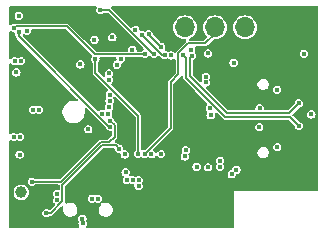
<source format=gbr>
%TF.GenerationSoftware,KiCad,Pcbnew,8.0.5*%
%TF.CreationDate,2024-11-08T04:09:32+01:00*%
%TF.ProjectId,hardware v4 pro max,68617264-7761-4726-9520-76342070726f,rev?*%
%TF.SameCoordinates,Original*%
%TF.FileFunction,Copper,L3,Inr*%
%TF.FilePolarity,Positive*%
%FSLAX46Y46*%
G04 Gerber Fmt 4.6, Leading zero omitted, Abs format (unit mm)*
G04 Created by KiCad (PCBNEW 8.0.5) date 2024-11-08 04:09:32*
%MOMM*%
%LPD*%
G01*
G04 APERTURE LIST*
%TA.AperFunction,ComponentPad*%
%ADD10R,1.700000X1.700000*%
%TD*%
%TA.AperFunction,ComponentPad*%
%ADD11O,1.700000X1.700000*%
%TD*%
%TA.AperFunction,ComponentPad*%
%ADD12C,1.000000*%
%TD*%
%TA.AperFunction,ComponentPad*%
%ADD13O,1.800000X1.000000*%
%TD*%
%TA.AperFunction,ComponentPad*%
%ADD14O,2.100000X1.000000*%
%TD*%
%TA.AperFunction,ViaPad*%
%ADD15C,0.400000*%
%TD*%
%TA.AperFunction,Conductor*%
%ADD16C,0.150000*%
%TD*%
%TA.AperFunction,Conductor*%
%ADD17C,0.200000*%
%TD*%
G04 APERTURE END LIST*
D10*
%TO.N,GND*%
%TO.C,J3*%
X148570000Y-92965000D03*
D11*
%TO.N,+3.3V*%
X146030000Y-92965000D03*
%TO.N,OLED_SCL*%
X143490000Y-92965000D03*
%TO.N,OLED_SDA*%
X140950000Y-92965000D03*
%TD*%
D12*
%TO.N,GND*%
%TO.C,TP1*%
X127050000Y-108950000D03*
%TD*%
%TO.N,BAT+*%
%TO.C,TP2*%
X127090000Y-106930000D03*
%TD*%
D13*
%TO.N,GND*%
%TO.C,J4*%
X151245000Y-96350000D03*
D14*
X147065000Y-96350000D03*
D13*
X151245000Y-104990000D03*
D14*
X147065000Y-104990000D03*
%TD*%
D15*
%TO.N,Net-(BT1-+)*%
X126950000Y-103730000D03*
%TO.N,GNDGPS*%
X128100000Y-99940000D03*
X126460000Y-102240000D03*
X126990000Y-102240000D03*
X128570000Y-99940000D03*
%TO.N,GND*%
X136350000Y-94160000D03*
X130300000Y-98220000D03*
X150430000Y-98280000D03*
X149090000Y-105540000D03*
X128300000Y-107850000D03*
X136130000Y-102000000D03*
X138350000Y-96890000D03*
X143220000Y-106520000D03*
X149930000Y-103260000D03*
X145260000Y-106520000D03*
X137360000Y-99160000D03*
X137100000Y-94670000D03*
X127780000Y-109600000D03*
X140670000Y-106520000D03*
X151380000Y-106520000D03*
X137450000Y-104820000D03*
X147060000Y-94160000D03*
X129130000Y-101880000D03*
X130030000Y-100950000D03*
X130180000Y-95610000D03*
X133890000Y-103780000D03*
X132880000Y-97160000D03*
X143160000Y-101250000D03*
X142200000Y-106520000D03*
X129820000Y-94635000D03*
X138710000Y-106550000D03*
X138050000Y-104340000D03*
X140570000Y-101920000D03*
X133380000Y-94600000D03*
X126350000Y-109660000D03*
X143000000Y-102920000D03*
X139370000Y-96870000D03*
X138900000Y-91580000D03*
X149340000Y-106520000D03*
X129800000Y-93790000D03*
X132460000Y-100920000D03*
X128710000Y-93790000D03*
X141150000Y-100950000D03*
X138270000Y-106990000D03*
X130330000Y-105260000D03*
X145650000Y-96580000D03*
X151160000Y-103200000D03*
X148640000Y-91490000D03*
X141140000Y-101910000D03*
X136080000Y-108230000D03*
X127950000Y-93890000D03*
X126320000Y-108020000D03*
X133340000Y-105670000D03*
X132400000Y-91890000D03*
X144680000Y-91590000D03*
X133300000Y-102380000D03*
X147810000Y-106520000D03*
X150330000Y-102310000D03*
X138270000Y-109030000D03*
X140090000Y-94190000D03*
X147710000Y-98490000D03*
X148320000Y-106520000D03*
X148830000Y-106520000D03*
X138630000Y-93270000D03*
X142180000Y-95280000D03*
X142710000Y-106520000D03*
X131220000Y-96450000D03*
X147680000Y-102870000D03*
X146790000Y-106520000D03*
X149130000Y-102280000D03*
X150360000Y-106520000D03*
X129140000Y-100990000D03*
X142190000Y-91570000D03*
X140140000Y-98080000D03*
X138270000Y-107500000D03*
X151440000Y-97360000D03*
X131280000Y-91390000D03*
X143730000Y-106520000D03*
X130080000Y-104190000D03*
X129030000Y-104190000D03*
X144040000Y-100990000D03*
X147300000Y-106520000D03*
X150410000Y-97380000D03*
X151750000Y-103830000D03*
X149810000Y-104430000D03*
X138280000Y-98070000D03*
X134280000Y-95700000D03*
X142170000Y-93680000D03*
X144730000Y-94040000D03*
X138270000Y-108010000D03*
X129750000Y-98910000D03*
X147260000Y-91500000D03*
X130110000Y-102970000D03*
X129530000Y-97190000D03*
X141180000Y-106520000D03*
X148790000Y-95740000D03*
X151890000Y-106520000D03*
X133390000Y-104260000D03*
X131300000Y-92060000D03*
X136130000Y-97560000D03*
X134140000Y-105660000D03*
X148580000Y-94560000D03*
X133660000Y-92220000D03*
X133729834Y-93419834D03*
X141690000Y-106520000D03*
X151420000Y-98330000D03*
X144750000Y-106520000D03*
X137500000Y-109660000D03*
X131160000Y-98850000D03*
X136150000Y-100500000D03*
X138270000Y-108520000D03*
X131600000Y-97130000D03*
X138300000Y-99180000D03*
X148310000Y-101990000D03*
X130100000Y-101850000D03*
X132060000Y-103400000D03*
X133350000Y-106610000D03*
X131190000Y-95500000D03*
X138860000Y-92440000D03*
X149850000Y-106520000D03*
X142280000Y-102910000D03*
X144509834Y-97819834D03*
X133360000Y-99280000D03*
X131150000Y-101820000D03*
X144240000Y-106520000D03*
X137430000Y-96900000D03*
X131100000Y-103420000D03*
X149920000Y-92770000D03*
X138270000Y-109540000D03*
X128400000Y-108690000D03*
X139270000Y-106560000D03*
X129130000Y-103010000D03*
X150990000Y-94360000D03*
X149930000Y-95390000D03*
X139380000Y-94050000D03*
X150870000Y-106520000D03*
X135720000Y-93630000D03*
X151640000Y-102310000D03*
X141150000Y-98100000D03*
X143960000Y-94870000D03*
X146280000Y-106520000D03*
X134100000Y-106620000D03*
X137580000Y-101880000D03*
X137110000Y-107710000D03*
X132840000Y-100330000D03*
X145770000Y-106520000D03*
X143440000Y-91560000D03*
X131980000Y-93300000D03*
%TO.N,+3.3V*%
X136520275Y-105883344D03*
X136020388Y-105894068D03*
X127060000Y-95820000D03*
X127549196Y-93250066D03*
X135510000Y-95650000D03*
X135190000Y-96140000D03*
X136750000Y-93180000D03*
X142710000Y-97160000D03*
X143920000Y-104260000D03*
X133960000Y-100270000D03*
X141024490Y-103355427D03*
X143920000Y-104770000D03*
X126680000Y-96780000D03*
X133290000Y-94010000D03*
X126540000Y-95820000D03*
X142720000Y-97620000D03*
X138930000Y-103690000D03*
X137020000Y-106400000D03*
X139780013Y-95341573D03*
X134450000Y-100260000D03*
X137020000Y-105899997D03*
%TO.N,vusb*%
X132260000Y-109150000D03*
X132280000Y-109570000D03*
X145300000Y-105010000D03*
X151650000Y-100330000D03*
X144915000Y-105395000D03*
%TO.N,Net-(SW1-B)*%
X133070000Y-107460000D03*
X133570000Y-107460000D03*
%TO.N,B2*%
X134520000Y-96860000D03*
%TO.N,B1*%
X134510000Y-97430000D03*
%TO.N,Net-(U1-NRST)*%
X134800000Y-93800000D03*
X132750000Y-101580000D03*
X134539999Y-99667215D03*
%TO.N,SPI_MOSi*%
X126460000Y-93020000D03*
X137557500Y-95220000D03*
%TO.N,SPI_SCK*%
X126860000Y-93370000D03*
X134611802Y-101361317D03*
%TO.N,SPI_MISO*%
X136990000Y-103680000D03*
X133360000Y-95680000D03*
%TO.N,SPI_CS*%
X132100000Y-96100000D03*
X136500000Y-94865000D03*
%TO.N,COMPASSDA*%
X142900000Y-104810000D03*
X141478477Y-94897064D03*
X134562492Y-99163252D03*
%TO.N,COMPASSCL*%
X141940251Y-104764958D03*
X134579999Y-98652671D03*
%TO.N,USART_RX*%
X140941084Y-103890141D03*
X142900000Y-95170000D03*
%TO.N,USART_TX*%
X138100000Y-103700000D03*
%TO.N,OLED_SCL*%
X137530000Y-103700000D03*
%TO.N,Net-(J4-CC2)*%
X148760000Y-103100000D03*
%TO.N,Net-(J4-D--PadA7)*%
X147270000Y-99830000D03*
%TO.N,Net-(J4-D+-PadA6)*%
X147240000Y-101400000D03*
%TO.N,Net-(J4-CC1)*%
X148750000Y-98240000D03*
%TO.N,Net-(PA1010D1-RX)*%
X135930000Y-105230000D03*
%TO.N,Net-(PA1010D1-TX)*%
X135850000Y-103720000D03*
%TO.N,ALIMGPS*%
X127990000Y-106030000D03*
X134565416Y-100863471D03*
%TO.N,Net-(R10-Pad1)*%
X126880000Y-91970000D03*
%TO.N,Net-(U1-PA4)*%
X129220000Y-108682498D03*
X135370000Y-103230000D03*
%TO.N,BAT+*%
X130140000Y-107610000D03*
X130130000Y-107060000D03*
%TO.N,SWDIO*%
X137900000Y-93550000D03*
X138930000Y-94610000D03*
%TO.N,SWCLK*%
X137340000Y-93630000D03*
X139230000Y-95280000D03*
%TO.N,SWO*%
X133780000Y-91500000D03*
X138307500Y-95190000D03*
%TO.N,D+*%
X150595000Y-101310000D03*
X140790000Y-95283906D03*
%TO.N,D-*%
X141540000Y-95393267D03*
X150595000Y-99410000D03*
%TO.N,Net-(U1-PB0)*%
X151020000Y-95180000D03*
X143120000Y-100410000D03*
%TO.N,Net-(U1-PB1)*%
X145070000Y-95950000D03*
X143050000Y-99810000D03*
%TD*%
D16*
%TO.N,SPI_MOSi*%
X130955066Y-92875066D02*
X126604934Y-92875066D01*
X126604934Y-92875066D02*
X126460000Y-93020000D01*
X137557500Y-95220000D02*
X137537500Y-95240000D01*
X133320000Y-95240000D02*
X130955066Y-92875066D01*
X137537500Y-95240000D02*
X133320000Y-95240000D01*
%TO.N,SPI_SCK*%
X126860000Y-93370000D02*
X126860000Y-93700331D01*
X126860000Y-93700331D02*
X134520986Y-101361317D01*
X134520986Y-101361317D02*
X134611802Y-101361317D01*
%TO.N,SPI_MISO*%
X133360000Y-96810331D02*
X136990000Y-100440331D01*
X136990000Y-100440331D02*
X136990000Y-103680000D01*
X133360000Y-95680000D02*
X133360000Y-96810331D01*
%TO.N,OLED_SCL*%
X141213577Y-94330000D02*
X142660000Y-94330000D01*
X142660000Y-94330000D02*
X143490000Y-93500000D01*
X143490000Y-93500000D02*
X143490000Y-92965000D01*
X140400000Y-96950000D02*
X140400000Y-95143577D01*
X139745000Y-101485000D02*
X139745000Y-97605000D01*
X140400000Y-95143577D02*
X141213577Y-94330000D01*
X137530000Y-103700000D02*
X139745000Y-101485000D01*
X139745000Y-97605000D02*
X140400000Y-96950000D01*
%TO.N,ALIMGPS*%
X134520000Y-102700000D02*
X133810000Y-102700000D01*
X134644287Y-100863471D02*
X134986802Y-101205986D01*
X134565416Y-100863471D02*
X134644287Y-100863471D01*
X133663554Y-102846447D02*
X130480000Y-106030000D01*
X134986802Y-102233198D02*
X134520000Y-102700000D01*
X134986802Y-101205986D02*
X134986802Y-102233198D01*
X130480000Y-106030000D02*
X127990000Y-106030000D01*
X133810000Y-102700000D02*
X133663554Y-102846447D01*
%TO.N,Net-(U1-PA4)*%
X130580000Y-107700331D02*
X130580000Y-106283554D01*
X129597833Y-108682498D02*
X130580000Y-107700331D01*
X129220000Y-108682498D02*
X129597833Y-108682498D01*
X135090000Y-102950000D02*
X135370000Y-103230000D01*
X133913554Y-102950000D02*
X135090000Y-102950000D01*
X130580000Y-106283554D02*
X133913554Y-102950000D01*
%TO.N,SWDIO*%
X138930000Y-94610000D02*
X137900000Y-93580000D01*
X137900000Y-93580000D02*
X137900000Y-93550000D01*
%TO.N,SWCLK*%
X137340000Y-93630000D02*
X138585007Y-94875007D01*
X138805494Y-95095494D02*
X138990000Y-95280000D01*
X138585825Y-94875007D02*
X138805494Y-95094676D01*
X138585007Y-94875007D02*
X138585825Y-94875007D01*
X138805494Y-95094676D02*
X138805494Y-95095494D01*
X138990000Y-95280000D02*
X139230000Y-95280000D01*
%TO.N,SWO*%
X134539669Y-91500000D02*
X133780000Y-91500000D01*
X138307500Y-95190000D02*
X138229669Y-95190000D01*
X138229669Y-95190000D02*
X134539669Y-91500000D01*
D17*
%TO.N,D+*%
X144350000Y-100530000D02*
X149815000Y-100530000D01*
X141040000Y-95533906D02*
X141040000Y-97220000D01*
X141040000Y-97220000D02*
X144350000Y-100530000D01*
X149815000Y-100530000D02*
X150595000Y-101310000D01*
X140790000Y-95283906D02*
X141040000Y-95533906D01*
%TO.N,D-*%
X141340000Y-95593267D02*
X141340000Y-97095736D01*
X141540000Y-95393267D02*
X141340000Y-95593267D01*
X149775000Y-100230000D02*
X150595000Y-99410000D01*
X144474264Y-100230000D02*
X149775000Y-100230000D01*
X141340000Y-97095736D02*
X144474264Y-100230000D01*
%TD*%
%TA.AperFunction,Conductor*%
%TO.N,GND*%
G36*
X152192539Y-91190185D02*
G01*
X152238294Y-91242989D01*
X152249500Y-91294500D01*
X152249500Y-100298970D01*
X152240963Y-100328041D01*
X152248477Y-100345136D01*
X152249500Y-100361029D01*
X152249500Y-106726000D01*
X152229815Y-106793039D01*
X152177011Y-106838794D01*
X152125500Y-106850000D01*
X145110000Y-106850000D01*
X145110000Y-109845500D01*
X145090315Y-109912539D01*
X145037511Y-109958294D01*
X144986000Y-109969500D01*
X132671752Y-109969500D01*
X132604713Y-109949815D01*
X132558958Y-109897011D01*
X132549014Y-109827853D01*
X132564996Y-109788471D01*
X132562664Y-109787283D01*
X132567095Y-109778587D01*
X132617500Y-109679661D01*
X132617500Y-109679659D01*
X132617501Y-109679658D01*
X132634869Y-109570002D01*
X132634869Y-109569997D01*
X132617501Y-109460343D01*
X132617500Y-109460341D01*
X132617500Y-109460339D01*
X132585056Y-109396664D01*
X132572161Y-109327999D01*
X132585056Y-109284081D01*
X132597500Y-109259661D01*
X132614869Y-109150000D01*
X132614869Y-109149997D01*
X132597501Y-109040341D01*
X132586117Y-109017999D01*
X132547095Y-108941413D01*
X132547092Y-108941410D01*
X132547090Y-108941407D01*
X132468592Y-108862909D01*
X132468588Y-108862906D01*
X132468587Y-108862905D01*
X132464743Y-108860946D01*
X132369658Y-108812498D01*
X132260002Y-108795131D01*
X132259998Y-108795131D01*
X132150341Y-108812498D01*
X132051414Y-108862904D01*
X132051407Y-108862909D01*
X131972909Y-108941407D01*
X131972904Y-108941414D01*
X131922498Y-109040341D01*
X131905131Y-109149997D01*
X131905131Y-109150002D01*
X131922498Y-109259658D01*
X131954942Y-109323332D01*
X131967838Y-109392001D01*
X131954942Y-109435920D01*
X131942498Y-109460341D01*
X131925131Y-109569997D01*
X131925131Y-109570002D01*
X131942498Y-109679658D01*
X131997336Y-109787283D01*
X131994344Y-109788807D01*
X132012046Y-109838427D01*
X131996218Y-109906480D01*
X131946109Y-109955172D01*
X131888248Y-109969500D01*
X126174500Y-109969500D01*
X126107461Y-109949815D01*
X126061706Y-109897011D01*
X126050500Y-109845500D01*
X126050500Y-106929999D01*
X126434722Y-106929999D01*
X126434722Y-106930000D01*
X126453762Y-107086818D01*
X126502117Y-107214318D01*
X126509780Y-107234523D01*
X126599517Y-107364530D01*
X126717760Y-107469283D01*
X126717762Y-107469284D01*
X126857634Y-107542696D01*
X127011014Y-107580500D01*
X127011015Y-107580500D01*
X127168985Y-107580500D01*
X127322365Y-107542696D01*
X127462240Y-107469283D01*
X127580483Y-107364530D01*
X127670220Y-107234523D01*
X127726237Y-107086818D01*
X127745278Y-106930000D01*
X127726237Y-106773182D01*
X127726133Y-106772909D01*
X127700429Y-106705131D01*
X127670220Y-106625477D01*
X127580483Y-106495470D01*
X127462240Y-106390717D01*
X127462238Y-106390716D01*
X127462237Y-106390715D01*
X127322365Y-106317303D01*
X127168986Y-106279500D01*
X127168985Y-106279500D01*
X127011015Y-106279500D01*
X127011014Y-106279500D01*
X126857634Y-106317303D01*
X126717762Y-106390715D01*
X126599516Y-106495471D01*
X126509781Y-106625475D01*
X126509780Y-106625476D01*
X126453762Y-106773181D01*
X126434722Y-106929999D01*
X126050500Y-106929999D01*
X126050500Y-103729997D01*
X126595131Y-103729997D01*
X126595131Y-103730002D01*
X126612498Y-103839658D01*
X126662904Y-103938585D01*
X126662909Y-103938592D01*
X126741407Y-104017090D01*
X126741410Y-104017092D01*
X126741413Y-104017095D01*
X126815549Y-104054869D01*
X126840341Y-104067501D01*
X126949998Y-104084869D01*
X126950000Y-104084869D01*
X126950002Y-104084869D01*
X127059658Y-104067501D01*
X127059659Y-104067500D01*
X127059661Y-104067500D01*
X127158587Y-104017095D01*
X127237095Y-103938587D01*
X127287500Y-103839661D01*
X127287500Y-103839659D01*
X127287501Y-103839658D01*
X127304869Y-103730002D01*
X127304869Y-103729997D01*
X127287501Y-103620341D01*
X127270205Y-103586396D01*
X127237095Y-103521413D01*
X127237092Y-103521410D01*
X127237090Y-103521407D01*
X127158592Y-103442909D01*
X127158588Y-103442906D01*
X127158587Y-103442905D01*
X127150112Y-103438587D01*
X127059658Y-103392498D01*
X126950002Y-103375131D01*
X126949998Y-103375131D01*
X126840341Y-103392498D01*
X126741414Y-103442904D01*
X126741407Y-103442909D01*
X126662909Y-103521407D01*
X126662904Y-103521414D01*
X126612498Y-103620341D01*
X126595131Y-103729997D01*
X126050500Y-103729997D01*
X126050500Y-102624487D01*
X126070185Y-102557448D01*
X126122989Y-102511693D01*
X126192147Y-102501749D01*
X126247382Y-102524167D01*
X126251409Y-102527093D01*
X126350341Y-102577501D01*
X126459998Y-102594869D01*
X126460000Y-102594869D01*
X126460002Y-102594869D01*
X126569656Y-102577501D01*
X126569656Y-102577500D01*
X126569661Y-102577500D01*
X126668587Y-102527095D01*
X126668588Y-102527093D01*
X126668705Y-102527034D01*
X126737375Y-102514138D01*
X126781295Y-102527034D01*
X126781411Y-102527093D01*
X126781413Y-102527095D01*
X126880339Y-102577500D01*
X126880341Y-102577500D01*
X126880343Y-102577501D01*
X126989998Y-102594869D01*
X126990000Y-102594869D01*
X126990002Y-102594869D01*
X127099658Y-102577501D01*
X127099659Y-102577500D01*
X127099661Y-102577500D01*
X127198587Y-102527095D01*
X127277095Y-102448587D01*
X127327500Y-102349661D01*
X127327500Y-102349659D01*
X127327501Y-102349658D01*
X127344869Y-102240002D01*
X127344869Y-102239997D01*
X127327501Y-102130341D01*
X127306147Y-102088431D01*
X127277095Y-102031413D01*
X127277092Y-102031410D01*
X127277090Y-102031407D01*
X127198592Y-101952909D01*
X127198588Y-101952906D01*
X127198587Y-101952905D01*
X127163189Y-101934869D01*
X127099658Y-101902498D01*
X126990002Y-101885131D01*
X126989998Y-101885131D01*
X126880341Y-101902498D01*
X126781294Y-101952965D01*
X126712624Y-101965861D01*
X126668706Y-101952965D01*
X126569658Y-101902498D01*
X126460002Y-101885131D01*
X126459998Y-101885131D01*
X126350341Y-101902498D01*
X126251408Y-101952907D01*
X126247377Y-101955836D01*
X126181568Y-101979310D01*
X126113516Y-101963479D01*
X126064825Y-101913369D01*
X126050500Y-101855512D01*
X126050500Y-101579997D01*
X132395131Y-101579997D01*
X132395131Y-101580002D01*
X132412498Y-101689658D01*
X132462904Y-101788585D01*
X132462909Y-101788592D01*
X132541407Y-101867090D01*
X132541410Y-101867092D01*
X132541413Y-101867095D01*
X132640339Y-101917500D01*
X132640341Y-101917501D01*
X132749998Y-101934869D01*
X132750000Y-101934869D01*
X132750002Y-101934869D01*
X132859658Y-101917501D01*
X132859659Y-101917500D01*
X132859661Y-101917500D01*
X132958587Y-101867095D01*
X133037095Y-101788587D01*
X133087500Y-101689661D01*
X133087500Y-101689659D01*
X133087501Y-101689658D01*
X133104869Y-101580002D01*
X133104869Y-101579997D01*
X133087501Y-101470341D01*
X133055365Y-101407271D01*
X133037095Y-101371413D01*
X133037092Y-101371410D01*
X133037090Y-101371407D01*
X132958592Y-101292909D01*
X132958588Y-101292906D01*
X132958587Y-101292905D01*
X132934802Y-101280786D01*
X132859658Y-101242498D01*
X132750002Y-101225131D01*
X132749998Y-101225131D01*
X132640341Y-101242498D01*
X132541414Y-101292904D01*
X132541407Y-101292909D01*
X132462909Y-101371407D01*
X132462904Y-101371414D01*
X132412498Y-101470341D01*
X132395131Y-101579997D01*
X126050500Y-101579997D01*
X126050500Y-99939997D01*
X127745131Y-99939997D01*
X127745131Y-99940002D01*
X127762498Y-100049658D01*
X127812904Y-100148585D01*
X127812909Y-100148592D01*
X127891407Y-100227090D01*
X127891410Y-100227092D01*
X127891413Y-100227095D01*
X127955993Y-100260000D01*
X127990341Y-100277501D01*
X128099998Y-100294869D01*
X128100000Y-100294869D01*
X128100002Y-100294869D01*
X128209656Y-100277501D01*
X128209656Y-100277500D01*
X128209661Y-100277500D01*
X128278709Y-100242318D01*
X128347374Y-100229423D01*
X128391287Y-100242316D01*
X128460339Y-100277500D01*
X128460341Y-100277500D01*
X128460343Y-100277501D01*
X128569998Y-100294869D01*
X128570000Y-100294869D01*
X128570002Y-100294869D01*
X128679658Y-100277501D01*
X128679659Y-100277500D01*
X128679661Y-100277500D01*
X128778587Y-100227095D01*
X128857095Y-100148587D01*
X128907500Y-100049661D01*
X128907500Y-100049659D01*
X128907501Y-100049658D01*
X128924869Y-99940002D01*
X128924869Y-99939997D01*
X128907501Y-99830341D01*
X128885418Y-99787001D01*
X128857095Y-99731413D01*
X128857092Y-99731410D01*
X128857090Y-99731407D01*
X128778592Y-99652909D01*
X128778588Y-99652906D01*
X128778587Y-99652905D01*
X128748706Y-99637680D01*
X128679658Y-99602498D01*
X128570002Y-99585131D01*
X128569998Y-99585131D01*
X128460341Y-99602498D01*
X128391294Y-99637680D01*
X128322625Y-99650576D01*
X128278706Y-99637680D01*
X128209658Y-99602498D01*
X128100002Y-99585131D01*
X128099998Y-99585131D01*
X127990341Y-99602498D01*
X127891414Y-99652904D01*
X127891407Y-99652909D01*
X127812909Y-99731407D01*
X127812904Y-99731414D01*
X127762498Y-99830341D01*
X127745131Y-99939997D01*
X126050500Y-99939997D01*
X126050500Y-96779997D01*
X126325131Y-96779997D01*
X126325131Y-96780002D01*
X126342498Y-96889658D01*
X126392904Y-96988585D01*
X126392909Y-96988592D01*
X126471407Y-97067090D01*
X126471410Y-97067092D01*
X126471413Y-97067095D01*
X126570339Y-97117500D01*
X126570341Y-97117501D01*
X126679998Y-97134869D01*
X126680000Y-97134869D01*
X126680002Y-97134869D01*
X126789658Y-97117501D01*
X126789659Y-97117500D01*
X126789661Y-97117500D01*
X126888587Y-97067095D01*
X126967095Y-96988587D01*
X127017500Y-96889661D01*
X127017500Y-96889659D01*
X127017501Y-96889658D01*
X127034869Y-96780002D01*
X127034869Y-96779997D01*
X127017501Y-96670341D01*
X126967855Y-96572905D01*
X126967095Y-96571413D01*
X126967092Y-96571410D01*
X126967090Y-96571407D01*
X126888592Y-96492909D01*
X126888588Y-96492906D01*
X126888587Y-96492905D01*
X126813937Y-96454869D01*
X126789658Y-96442498D01*
X126680002Y-96425131D01*
X126679998Y-96425131D01*
X126570341Y-96442498D01*
X126471414Y-96492904D01*
X126471407Y-96492909D01*
X126392909Y-96571407D01*
X126392904Y-96571414D01*
X126342498Y-96670341D01*
X126325131Y-96779997D01*
X126050500Y-96779997D01*
X126050500Y-96125545D01*
X126070185Y-96058506D01*
X126122989Y-96012751D01*
X126192147Y-96002807D01*
X126255703Y-96031832D01*
X126262181Y-96037864D01*
X126331407Y-96107090D01*
X126331410Y-96107092D01*
X126331413Y-96107095D01*
X126395993Y-96140000D01*
X126430341Y-96157501D01*
X126539998Y-96174869D01*
X126540000Y-96174869D01*
X126540002Y-96174869D01*
X126649656Y-96157501D01*
X126649656Y-96157500D01*
X126649661Y-96157500D01*
X126743709Y-96109580D01*
X126812374Y-96096685D01*
X126856288Y-96109578D01*
X126950339Y-96157500D01*
X126950341Y-96157500D01*
X126950343Y-96157501D01*
X127059998Y-96174869D01*
X127060000Y-96174869D01*
X127060002Y-96174869D01*
X127169658Y-96157501D01*
X127169659Y-96157500D01*
X127169661Y-96157500D01*
X127268587Y-96107095D01*
X127347095Y-96028587D01*
X127397500Y-95929661D01*
X127397500Y-95929659D01*
X127397501Y-95929658D01*
X127414869Y-95820002D01*
X127414869Y-95819997D01*
X127397501Y-95710341D01*
X127382226Y-95680362D01*
X127347095Y-95611413D01*
X127347092Y-95611410D01*
X127347090Y-95611407D01*
X127268592Y-95532909D01*
X127268588Y-95532906D01*
X127268587Y-95532905D01*
X127217922Y-95507090D01*
X127169658Y-95482498D01*
X127060002Y-95465131D01*
X127059998Y-95465131D01*
X126950341Y-95482498D01*
X126856294Y-95530418D01*
X126787625Y-95543314D01*
X126743706Y-95530418D01*
X126649658Y-95482498D01*
X126540002Y-95465131D01*
X126539998Y-95465131D01*
X126430341Y-95482498D01*
X126331414Y-95532904D01*
X126331407Y-95532909D01*
X126262181Y-95602136D01*
X126200858Y-95635621D01*
X126131166Y-95630637D01*
X126075233Y-95588765D01*
X126050816Y-95523301D01*
X126050500Y-95514455D01*
X126050500Y-93404487D01*
X126070185Y-93337448D01*
X126122989Y-93291693D01*
X126192147Y-93281749D01*
X126247382Y-93304167D01*
X126251409Y-93307093D01*
X126350341Y-93357501D01*
X126418101Y-93368233D01*
X126481235Y-93398162D01*
X126518167Y-93457473D01*
X126521176Y-93471306D01*
X126522499Y-93479658D01*
X126522499Y-93479659D01*
X126522500Y-93479661D01*
X126572905Y-93578587D01*
X126598180Y-93603862D01*
X126631665Y-93665183D01*
X126634499Y-93691543D01*
X126634499Y-93745186D01*
X126637845Y-93753265D01*
X126657204Y-93799999D01*
X126657204Y-93800000D01*
X126668829Y-93828066D01*
X126668830Y-93828067D01*
X126732264Y-93891501D01*
X126732265Y-93891501D01*
X126749705Y-93908941D01*
X126749706Y-93908942D01*
X131829705Y-98988942D01*
X131863190Y-99050265D01*
X131858206Y-99119957D01*
X131816334Y-99175890D01*
X131750870Y-99200307D01*
X131717833Y-99198240D01*
X131623620Y-99179500D01*
X131623616Y-99179500D01*
X131436384Y-99179500D01*
X131436379Y-99179500D01*
X131252756Y-99216025D01*
X131252748Y-99216027D01*
X131079771Y-99287676D01*
X131079762Y-99287681D01*
X130924092Y-99391697D01*
X130924088Y-99391700D01*
X130791700Y-99524088D01*
X130791697Y-99524092D01*
X130687681Y-99679762D01*
X130687676Y-99679771D01*
X130616027Y-99852748D01*
X130616025Y-99852756D01*
X130579500Y-100036379D01*
X130579500Y-100223620D01*
X130616025Y-100407243D01*
X130616027Y-100407251D01*
X130687676Y-100580228D01*
X130687681Y-100580237D01*
X130791697Y-100735907D01*
X130791700Y-100735911D01*
X130924088Y-100868299D01*
X130924092Y-100868302D01*
X131079762Y-100972318D01*
X131079771Y-100972323D01*
X131118956Y-100988554D01*
X131252749Y-101043973D01*
X131436379Y-101080499D01*
X131436383Y-101080500D01*
X131436384Y-101080500D01*
X131623617Y-101080500D01*
X131623618Y-101080499D01*
X131807251Y-101043973D01*
X131980231Y-100972322D01*
X132135908Y-100868302D01*
X132268302Y-100735908D01*
X132372322Y-100580231D01*
X132443973Y-100407251D01*
X132480500Y-100223616D01*
X132480500Y-100036384D01*
X132461759Y-99942166D01*
X132467986Y-99872575D01*
X132510849Y-99817398D01*
X132576739Y-99794153D01*
X132644736Y-99810221D01*
X132671057Y-99830294D01*
X134238766Y-101398003D01*
X134272251Y-101459326D01*
X134273558Y-101466285D01*
X134274300Y-101470975D01*
X134324706Y-101569902D01*
X134324711Y-101569909D01*
X134403209Y-101648407D01*
X134403212Y-101648409D01*
X134403215Y-101648412D01*
X134484171Y-101689661D01*
X134502143Y-101698818D01*
X134611800Y-101716186D01*
X134611801Y-101716186D01*
X134611801Y-101716185D01*
X134611802Y-101716186D01*
X134617899Y-101715220D01*
X134687191Y-101724171D01*
X134740646Y-101769164D01*
X134761289Y-101835915D01*
X134761302Y-101837692D01*
X134761302Y-102088431D01*
X134741617Y-102155470D01*
X134724983Y-102176112D01*
X134462914Y-102438181D01*
X134401591Y-102471666D01*
X134375233Y-102474500D01*
X133869296Y-102474500D01*
X133869288Y-102474499D01*
X133854854Y-102474499D01*
X133765145Y-102474499D01*
X133765144Y-102474499D01*
X133682263Y-102508830D01*
X133566607Y-102624487D01*
X133474369Y-102716725D01*
X131931093Y-104260002D01*
X130422914Y-105768181D01*
X130361591Y-105801666D01*
X130335233Y-105804500D01*
X128311545Y-105804500D01*
X128244506Y-105784815D01*
X128223864Y-105768181D01*
X128198592Y-105742909D01*
X128198588Y-105742906D01*
X128198587Y-105742905D01*
X128178166Y-105732500D01*
X128099658Y-105692498D01*
X127990002Y-105675131D01*
X127989998Y-105675131D01*
X127880341Y-105692498D01*
X127781414Y-105742904D01*
X127781407Y-105742909D01*
X127702909Y-105821407D01*
X127702904Y-105821414D01*
X127652498Y-105920341D01*
X127635131Y-106029997D01*
X127635131Y-106030002D01*
X127652498Y-106139658D01*
X127702904Y-106238585D01*
X127702909Y-106238592D01*
X127781407Y-106317090D01*
X127781410Y-106317092D01*
X127781413Y-106317095D01*
X127880339Y-106367500D01*
X127880341Y-106367501D01*
X127989998Y-106384869D01*
X127990000Y-106384869D01*
X127990002Y-106384869D01*
X128099658Y-106367501D01*
X128099659Y-106367500D01*
X128099661Y-106367500D01*
X128198587Y-106317095D01*
X128198592Y-106317090D01*
X128223864Y-106291819D01*
X128285187Y-106258334D01*
X128311545Y-106255500D01*
X130230500Y-106255500D01*
X130297539Y-106275185D01*
X130343294Y-106327989D01*
X130354500Y-106379500D01*
X130354500Y-106595503D01*
X130334815Y-106662542D01*
X130282011Y-106708297D01*
X130212853Y-106718241D01*
X130211102Y-106717976D01*
X130130002Y-106705131D01*
X130129998Y-106705131D01*
X130020341Y-106722498D01*
X129921414Y-106772904D01*
X129921407Y-106772909D01*
X129842909Y-106851407D01*
X129842904Y-106851414D01*
X129792498Y-106950341D01*
X129775131Y-107059997D01*
X129775131Y-107060002D01*
X129792498Y-107169658D01*
X129842903Y-107268584D01*
X129843899Y-107269954D01*
X129844593Y-107271900D01*
X129847336Y-107277283D01*
X129846640Y-107277637D01*
X129867379Y-107335761D01*
X129854066Y-107399134D01*
X129802498Y-107500341D01*
X129785131Y-107609997D01*
X129785131Y-107610002D01*
X129802498Y-107719658D01*
X129841060Y-107795340D01*
X129852905Y-107818587D01*
X129910191Y-107875873D01*
X129943675Y-107937194D01*
X129938691Y-108006886D01*
X129910190Y-108051234D01*
X129583075Y-108378350D01*
X129521752Y-108411835D01*
X129452061Y-108406851D01*
X129437649Y-108399115D01*
X129437283Y-108399834D01*
X129329658Y-108344996D01*
X129220002Y-108327629D01*
X129219998Y-108327629D01*
X129110341Y-108344996D01*
X129011414Y-108395402D01*
X129011407Y-108395407D01*
X128932909Y-108473905D01*
X128932904Y-108473912D01*
X128882498Y-108572839D01*
X128865131Y-108682495D01*
X128865131Y-108682500D01*
X128882498Y-108792156D01*
X128932904Y-108891083D01*
X128932909Y-108891090D01*
X129011407Y-108969588D01*
X129011410Y-108969590D01*
X129011413Y-108969593D01*
X129106416Y-109017999D01*
X129110341Y-109019999D01*
X129219998Y-109037367D01*
X129220000Y-109037367D01*
X129220002Y-109037367D01*
X129329658Y-109019999D01*
X129329659Y-109019998D01*
X129329661Y-109019998D01*
X129428587Y-108969593D01*
X129428592Y-108969588D01*
X129453863Y-108944318D01*
X129515186Y-108910833D01*
X129541544Y-108907999D01*
X129642687Y-108907999D01*
X129642688Y-108907999D01*
X129713575Y-108878636D01*
X129725569Y-108873668D01*
X129789003Y-108810234D01*
X129789003Y-108810233D01*
X129806441Y-108792795D01*
X129806443Y-108792792D01*
X130457718Y-108141516D01*
X130519039Y-108108033D01*
X130588731Y-108113017D01*
X130644664Y-108154889D01*
X130669081Y-108220353D01*
X130665172Y-108261291D01*
X130644500Y-108338441D01*
X130644500Y-108496556D01*
X130685423Y-108649283D01*
X130685426Y-108649290D01*
X130764475Y-108786209D01*
X130764479Y-108786214D01*
X130764480Y-108786216D01*
X130876284Y-108898020D01*
X130876286Y-108898021D01*
X130876290Y-108898024D01*
X131000253Y-108969593D01*
X131013216Y-108977077D01*
X131165943Y-109018000D01*
X131165945Y-109018000D01*
X131324055Y-109018000D01*
X131324057Y-109018000D01*
X131476784Y-108977077D01*
X131613716Y-108898020D01*
X131725520Y-108786216D01*
X131804577Y-108649284D01*
X131845500Y-108496557D01*
X131845500Y-108338443D01*
X131804577Y-108185716D01*
X131759727Y-108108033D01*
X131725524Y-108048790D01*
X131725518Y-108048782D01*
X131613717Y-107936981D01*
X131613709Y-107936975D01*
X131476790Y-107857926D01*
X131476786Y-107857924D01*
X131476784Y-107857923D01*
X131324057Y-107817000D01*
X131165943Y-107817000D01*
X131013216Y-107857923D01*
X131013211Y-107857925D01*
X130990223Y-107871197D01*
X130922322Y-107887668D01*
X130856296Y-107864815D01*
X130813106Y-107809893D01*
X130808095Y-107757399D01*
X130805501Y-107757399D01*
X130805501Y-107645487D01*
X130805500Y-107645473D01*
X130805500Y-107459997D01*
X132715131Y-107459997D01*
X132715131Y-107460002D01*
X132732498Y-107569658D01*
X132782904Y-107668585D01*
X132782909Y-107668592D01*
X132861407Y-107747090D01*
X132861410Y-107747092D01*
X132861413Y-107747095D01*
X132952173Y-107793339D01*
X132960341Y-107797501D01*
X133069998Y-107814869D01*
X133070000Y-107814869D01*
X133070002Y-107814869D01*
X133179656Y-107797501D01*
X133179656Y-107797500D01*
X133179661Y-107797500D01*
X133263710Y-107754675D01*
X133332374Y-107741780D01*
X133376287Y-107754673D01*
X133460339Y-107797500D01*
X133460341Y-107797500D01*
X133460343Y-107797501D01*
X133569998Y-107814869D01*
X133570000Y-107814869D01*
X133570002Y-107814869D01*
X133629491Y-107805446D01*
X133679661Y-107797500D01*
X133679669Y-107797495D01*
X133686305Y-107795340D01*
X133756147Y-107793339D01*
X133815982Y-107829415D01*
X133846815Y-107892114D01*
X133838856Y-107961528D01*
X133812315Y-108000948D01*
X133764481Y-108048782D01*
X133764475Y-108048790D01*
X133685426Y-108185709D01*
X133685423Y-108185716D01*
X133644500Y-108338443D01*
X133644500Y-108496556D01*
X133685423Y-108649283D01*
X133685426Y-108649290D01*
X133764475Y-108786209D01*
X133764479Y-108786214D01*
X133764480Y-108786216D01*
X133876284Y-108898020D01*
X133876286Y-108898021D01*
X133876290Y-108898024D01*
X134000253Y-108969593D01*
X134013216Y-108977077D01*
X134165943Y-109018000D01*
X134165945Y-109018000D01*
X134324055Y-109018000D01*
X134324057Y-109018000D01*
X134476784Y-108977077D01*
X134613716Y-108898020D01*
X134725520Y-108786216D01*
X134804577Y-108649284D01*
X134845500Y-108496557D01*
X134845500Y-108338443D01*
X134804577Y-108185716D01*
X134759727Y-108108033D01*
X134725524Y-108048790D01*
X134725518Y-108048782D01*
X134613717Y-107936981D01*
X134613709Y-107936975D01*
X134476790Y-107857926D01*
X134476786Y-107857924D01*
X134476784Y-107857923D01*
X134324057Y-107817000D01*
X134165943Y-107817000D01*
X134013216Y-107857923D01*
X134013211Y-107857925D01*
X134011535Y-107858893D01*
X134009942Y-107859279D01*
X134005706Y-107861034D01*
X134005432Y-107860373D01*
X133943634Y-107875360D01*
X133877608Y-107852503D01*
X133834422Y-107797578D01*
X133827786Y-107728025D01*
X133853541Y-107678073D01*
X133851356Y-107676486D01*
X133857089Y-107668592D01*
X133857095Y-107668587D01*
X133907500Y-107569661D01*
X133907500Y-107569659D01*
X133907501Y-107569658D01*
X133924869Y-107460002D01*
X133924869Y-107459997D01*
X133907501Y-107350341D01*
X133900072Y-107335761D01*
X133857095Y-107251413D01*
X133857092Y-107251410D01*
X133857090Y-107251407D01*
X133778592Y-107172909D01*
X133778588Y-107172906D01*
X133778587Y-107172905D01*
X133772214Y-107169658D01*
X133679658Y-107122498D01*
X133570002Y-107105131D01*
X133569998Y-107105131D01*
X133460341Y-107122498D01*
X133376294Y-107165323D01*
X133307625Y-107178219D01*
X133263706Y-107165323D01*
X133179658Y-107122498D01*
X133070002Y-107105131D01*
X133069998Y-107105131D01*
X132960341Y-107122498D01*
X132861414Y-107172904D01*
X132861407Y-107172909D01*
X132782909Y-107251407D01*
X132782904Y-107251414D01*
X132732498Y-107350341D01*
X132715131Y-107459997D01*
X130805500Y-107459997D01*
X130805500Y-106428321D01*
X130825185Y-106361282D01*
X130841819Y-106340640D01*
X131952462Y-105229997D01*
X135575131Y-105229997D01*
X135575131Y-105230002D01*
X135592498Y-105339658D01*
X135642904Y-105438585D01*
X135642909Y-105438592D01*
X135724264Y-105519947D01*
X135757749Y-105581270D01*
X135752765Y-105650962D01*
X135736907Y-105680506D01*
X135733293Y-105685480D01*
X135682886Y-105784409D01*
X135665519Y-105894065D01*
X135665519Y-105894070D01*
X135682886Y-106003726D01*
X135733292Y-106102653D01*
X135733297Y-106102660D01*
X135811795Y-106181158D01*
X135811798Y-106181160D01*
X135811801Y-106181163D01*
X135861120Y-106206292D01*
X135910729Y-106231569D01*
X136020386Y-106248937D01*
X136020388Y-106248937D01*
X136020390Y-106248937D01*
X136130044Y-106231569D01*
X136130044Y-106231568D01*
X136130049Y-106231568D01*
X136224564Y-106183410D01*
X136293229Y-106170515D01*
X136337143Y-106183409D01*
X136410614Y-106220844D01*
X136410616Y-106220844D01*
X136410618Y-106220845D01*
X136465444Y-106229528D01*
X136520275Y-106238213D01*
X136526566Y-106237216D01*
X136595857Y-106246166D01*
X136649312Y-106291159D01*
X136669956Y-106357909D01*
X136668443Y-106379081D01*
X136665131Y-106399996D01*
X136665131Y-106400002D01*
X136682498Y-106509658D01*
X136732904Y-106608585D01*
X136732909Y-106608592D01*
X136811407Y-106687090D01*
X136811410Y-106687092D01*
X136811413Y-106687095D01*
X136853025Y-106708297D01*
X136910341Y-106737501D01*
X137019998Y-106754869D01*
X137020000Y-106754869D01*
X137020002Y-106754869D01*
X137129658Y-106737501D01*
X137129659Y-106737500D01*
X137129661Y-106737500D01*
X137228587Y-106687095D01*
X137307095Y-106608587D01*
X137357500Y-106509661D01*
X137357500Y-106509659D01*
X137357501Y-106509658D01*
X137374869Y-106400002D01*
X137374869Y-106399997D01*
X137357501Y-106290341D01*
X137314676Y-106206292D01*
X137301780Y-106137623D01*
X137314674Y-106093708D01*
X137357500Y-106009658D01*
X137374869Y-105899997D01*
X137374869Y-105899994D01*
X137357501Y-105790338D01*
X137354479Y-105784407D01*
X137307095Y-105691410D01*
X137307092Y-105691407D01*
X137307090Y-105691404D01*
X137228592Y-105612906D01*
X137228588Y-105612903D01*
X137228587Y-105612902D01*
X137210301Y-105603585D01*
X137129658Y-105562495D01*
X137020002Y-105545128D01*
X137019998Y-105545128D01*
X136910341Y-105562495D01*
X136842773Y-105596923D01*
X136774103Y-105609819D01*
X136730185Y-105596923D01*
X136629933Y-105545842D01*
X136520277Y-105528475D01*
X136520273Y-105528475D01*
X136410615Y-105545843D01*
X136401338Y-105548858D01*
X136400471Y-105546192D01*
X136346773Y-105556269D01*
X136282037Y-105529984D01*
X136241788Y-105472872D01*
X136238805Y-105403066D01*
X136241815Y-105394997D01*
X144560131Y-105394997D01*
X144560131Y-105395002D01*
X144577498Y-105504658D01*
X144627904Y-105603585D01*
X144627909Y-105603592D01*
X144706407Y-105682090D01*
X144706410Y-105682092D01*
X144706413Y-105682095D01*
X144805339Y-105732500D01*
X144805341Y-105732501D01*
X144914998Y-105749869D01*
X144915000Y-105749869D01*
X144915002Y-105749869D01*
X145024658Y-105732501D01*
X145024659Y-105732500D01*
X145024661Y-105732500D01*
X145123587Y-105682095D01*
X145202095Y-105603587D01*
X145252500Y-105504661D01*
X145259895Y-105457968D01*
X145289823Y-105394837D01*
X145349134Y-105357905D01*
X145362955Y-105354897D01*
X145409661Y-105347500D01*
X145508587Y-105297095D01*
X145587095Y-105218587D01*
X145637500Y-105119661D01*
X145637500Y-105119659D01*
X145637501Y-105119658D01*
X145654869Y-105010002D01*
X145654869Y-105009997D01*
X145637501Y-104900341D01*
X145626964Y-104879661D01*
X145587095Y-104801413D01*
X145587092Y-104801410D01*
X145587090Y-104801407D01*
X145508592Y-104722909D01*
X145508588Y-104722906D01*
X145508587Y-104722905D01*
X145504743Y-104720946D01*
X145409658Y-104672498D01*
X145300002Y-104655131D01*
X145299998Y-104655131D01*
X145190341Y-104672498D01*
X145091414Y-104722904D01*
X145091407Y-104722909D01*
X145012909Y-104801407D01*
X145012904Y-104801414D01*
X144962499Y-104900341D01*
X144955104Y-104947030D01*
X144925174Y-105010164D01*
X144865863Y-105047095D01*
X144852030Y-105050104D01*
X144805341Y-105057499D01*
X144706414Y-105107904D01*
X144706407Y-105107909D01*
X144627909Y-105186407D01*
X144627904Y-105186414D01*
X144577498Y-105285341D01*
X144560131Y-105394997D01*
X136241815Y-105394997D01*
X136248678Y-105376599D01*
X136267500Y-105339661D01*
X136284869Y-105230000D01*
X136284869Y-105229997D01*
X136267501Y-105120341D01*
X136235482Y-105057500D01*
X136217095Y-105021413D01*
X136217092Y-105021410D01*
X136217090Y-105021407D01*
X136138592Y-104942909D01*
X136138588Y-104942906D01*
X136138587Y-104942905D01*
X136092962Y-104919658D01*
X136039658Y-104892498D01*
X135930002Y-104875131D01*
X135929998Y-104875131D01*
X135820341Y-104892498D01*
X135721414Y-104942904D01*
X135721407Y-104942909D01*
X135642909Y-105021407D01*
X135642904Y-105021414D01*
X135592498Y-105120341D01*
X135575131Y-105229997D01*
X131952462Y-105229997D01*
X132417504Y-104764955D01*
X141585382Y-104764955D01*
X141585382Y-104764960D01*
X141602749Y-104874616D01*
X141653155Y-104973543D01*
X141653160Y-104973550D01*
X141731658Y-105052048D01*
X141731661Y-105052050D01*
X141731664Y-105052053D01*
X141830590Y-105102458D01*
X141830592Y-105102459D01*
X141940249Y-105119827D01*
X141940251Y-105119827D01*
X141940253Y-105119827D01*
X142049909Y-105102459D01*
X142049910Y-105102458D01*
X142049912Y-105102458D01*
X142148838Y-105052053D01*
X142227346Y-104973545D01*
X142277751Y-104874619D01*
X142277751Y-104874617D01*
X142277752Y-104874616D01*
X142287987Y-104809997D01*
X142545131Y-104809997D01*
X142545131Y-104810002D01*
X142562498Y-104919658D01*
X142612904Y-105018585D01*
X142612909Y-105018592D01*
X142691407Y-105097090D01*
X142691410Y-105097092D01*
X142691413Y-105097095D01*
X142745923Y-105124869D01*
X142790341Y-105147501D01*
X142899998Y-105164869D01*
X142900000Y-105164869D01*
X142900002Y-105164869D01*
X143009658Y-105147501D01*
X143009659Y-105147500D01*
X143009661Y-105147500D01*
X143108587Y-105097095D01*
X143187095Y-105018587D01*
X143237500Y-104919661D01*
X143237500Y-104919659D01*
X143237501Y-104919658D01*
X143254869Y-104810002D01*
X143254869Y-104809997D01*
X143237501Y-104700341D01*
X143214550Y-104655297D01*
X143187095Y-104601413D01*
X143187092Y-104601410D01*
X143187090Y-104601407D01*
X143108592Y-104522909D01*
X143108588Y-104522906D01*
X143108587Y-104522905D01*
X143104743Y-104520946D01*
X143009658Y-104472498D01*
X142900002Y-104455131D01*
X142899998Y-104455131D01*
X142790341Y-104472498D01*
X142691414Y-104522904D01*
X142691407Y-104522909D01*
X142612909Y-104601407D01*
X142612904Y-104601414D01*
X142562498Y-104700341D01*
X142545131Y-104809997D01*
X142287987Y-104809997D01*
X142295120Y-104764960D01*
X142295120Y-104764955D01*
X142277752Y-104655299D01*
X142234950Y-104571295D01*
X142227346Y-104556371D01*
X142227343Y-104556368D01*
X142227341Y-104556365D01*
X142148843Y-104477867D01*
X142148839Y-104477864D01*
X142148838Y-104477863D01*
X142144994Y-104475904D01*
X142049909Y-104427456D01*
X141940253Y-104410089D01*
X141940249Y-104410089D01*
X141830592Y-104427456D01*
X141731665Y-104477862D01*
X141731658Y-104477867D01*
X141653160Y-104556365D01*
X141653155Y-104556372D01*
X141602749Y-104655299D01*
X141585382Y-104764955D01*
X132417504Y-104764955D01*
X132922462Y-104259997D01*
X143565131Y-104259997D01*
X143565131Y-104260002D01*
X143582498Y-104369658D01*
X143627870Y-104458706D01*
X143640766Y-104527375D01*
X143627870Y-104571294D01*
X143582498Y-104660341D01*
X143565131Y-104769997D01*
X143565131Y-104770002D01*
X143582498Y-104879658D01*
X143632904Y-104978585D01*
X143632909Y-104978592D01*
X143711407Y-105057090D01*
X143711410Y-105057092D01*
X143711413Y-105057095D01*
X143810339Y-105107500D01*
X143810341Y-105107501D01*
X143919998Y-105124869D01*
X143920000Y-105124869D01*
X143920002Y-105124869D01*
X144029658Y-105107501D01*
X144029659Y-105107500D01*
X144029661Y-105107500D01*
X144128587Y-105057095D01*
X144207095Y-104978587D01*
X144257500Y-104879661D01*
X144257500Y-104879659D01*
X144257501Y-104879658D01*
X144274869Y-104770002D01*
X144274869Y-104769997D01*
X144257501Y-104660343D01*
X144257500Y-104660341D01*
X144257500Y-104660339D01*
X144212128Y-104571291D01*
X144199233Y-104502626D01*
X144212127Y-104458710D01*
X144257500Y-104369661D01*
X144274869Y-104260000D01*
X144269744Y-104227641D01*
X144257501Y-104150341D01*
X144257500Y-104150339D01*
X144207095Y-104051413D01*
X144207092Y-104051410D01*
X144207090Y-104051407D01*
X144128592Y-103972909D01*
X144128588Y-103972906D01*
X144128587Y-103972905D01*
X144103564Y-103960155D01*
X144029658Y-103922498D01*
X143920002Y-103905131D01*
X143919998Y-103905131D01*
X143810341Y-103922498D01*
X143711414Y-103972904D01*
X143711407Y-103972909D01*
X143632909Y-104051407D01*
X143632904Y-104051414D01*
X143582498Y-104150341D01*
X143565131Y-104259997D01*
X132922462Y-104259997D01*
X133970641Y-103211819D01*
X134031964Y-103178334D01*
X134058322Y-103175500D01*
X134900593Y-103175500D01*
X134967632Y-103195185D01*
X135013387Y-103247989D01*
X135023066Y-103280102D01*
X135032498Y-103339658D01*
X135082904Y-103438585D01*
X135082909Y-103438592D01*
X135161407Y-103517090D01*
X135161410Y-103517092D01*
X135161413Y-103517095D01*
X135253493Y-103564012D01*
X135260341Y-103567501D01*
X135369998Y-103584869D01*
X135371348Y-103584869D01*
X135372928Y-103585333D01*
X135379639Y-103586396D01*
X135379501Y-103587263D01*
X135438387Y-103604554D01*
X135484142Y-103657358D01*
X135491746Y-103710241D01*
X135495131Y-103710241D01*
X135495131Y-103720002D01*
X135512498Y-103829658D01*
X135562904Y-103928585D01*
X135562909Y-103928592D01*
X135641407Y-104007090D01*
X135641410Y-104007092D01*
X135641413Y-104007095D01*
X135735175Y-104054869D01*
X135740341Y-104057501D01*
X135849998Y-104074869D01*
X135850000Y-104074869D01*
X135850002Y-104074869D01*
X135959658Y-104057501D01*
X135959659Y-104057500D01*
X135959661Y-104057500D01*
X136058587Y-104007095D01*
X136137095Y-103928587D01*
X136187500Y-103829661D01*
X136187500Y-103829659D01*
X136187501Y-103829658D01*
X136204869Y-103720002D01*
X136204869Y-103719997D01*
X136187501Y-103610341D01*
X136179805Y-103595237D01*
X136137095Y-103511413D01*
X136137092Y-103511410D01*
X136137090Y-103511407D01*
X136058592Y-103432909D01*
X136058588Y-103432906D01*
X136058587Y-103432905D01*
X136013276Y-103409818D01*
X135959658Y-103382498D01*
X135850002Y-103365131D01*
X135848652Y-103365131D01*
X135847071Y-103364666D01*
X135840361Y-103363604D01*
X135840498Y-103362736D01*
X135781613Y-103345446D01*
X135735858Y-103292642D01*
X135728254Y-103239759D01*
X135724869Y-103239759D01*
X135724869Y-103229997D01*
X135707501Y-103120341D01*
X135681001Y-103068332D01*
X135657095Y-103021413D01*
X135657092Y-103021410D01*
X135657090Y-103021407D01*
X135578592Y-102942909D01*
X135578588Y-102942906D01*
X135578587Y-102942905D01*
X135574743Y-102940946D01*
X135479658Y-102892498D01*
X135367061Y-102874665D01*
X135303926Y-102844736D01*
X135298778Y-102839873D01*
X135298610Y-102839705D01*
X135281170Y-102822264D01*
X135217736Y-102758830D01*
X135217735Y-102758829D01*
X135193457Y-102748772D01*
X135193457Y-102748771D01*
X135134858Y-102724500D01*
X135134856Y-102724499D01*
X135134855Y-102724499D01*
X135113767Y-102724499D01*
X135046728Y-102704814D01*
X135000973Y-102652010D01*
X134991029Y-102582852D01*
X135020054Y-102519296D01*
X135026067Y-102512836D01*
X135097098Y-102441805D01*
X135097101Y-102441804D01*
X135114537Y-102424368D01*
X135114538Y-102424368D01*
X135177972Y-102360934D01*
X135192192Y-102326603D01*
X135212303Y-102278052D01*
X135212303Y-102188343D01*
X135212303Y-102178354D01*
X135212302Y-102178340D01*
X135212302Y-101161132D01*
X135212300Y-101161127D01*
X135177974Y-101078252D01*
X134940699Y-100840977D01*
X134907214Y-100779654D01*
X134905909Y-100772709D01*
X134902916Y-100753810D01*
X134852511Y-100654884D01*
X134776871Y-100579244D01*
X134743388Y-100517924D01*
X134748372Y-100448232D01*
X134754062Y-100435287D01*
X134787500Y-100369661D01*
X134788868Y-100361029D01*
X134804869Y-100260002D01*
X134804869Y-100259997D01*
X134787501Y-100150343D01*
X134787500Y-100150341D01*
X134787500Y-100150339D01*
X134749096Y-100074967D01*
X134736201Y-100006300D01*
X134762478Y-99941560D01*
X134771885Y-99931010D01*
X134827094Y-99875802D01*
X134877499Y-99776876D01*
X134877499Y-99776874D01*
X134877500Y-99776873D01*
X134894868Y-99667217D01*
X134894868Y-99667212D01*
X134877500Y-99557556D01*
X134860447Y-99524088D01*
X134844869Y-99493515D01*
X134831974Y-99424847D01*
X134848276Y-99382124D01*
X134845156Y-99380535D01*
X134849587Y-99371839D01*
X134899992Y-99272913D01*
X134899992Y-99272911D01*
X134899993Y-99272910D01*
X134917361Y-99163254D01*
X134917361Y-99163249D01*
X134899993Y-99053595D01*
X134899992Y-99053593D01*
X134899992Y-99053591D01*
X134863225Y-98981431D01*
X134850330Y-98912767D01*
X134863225Y-98868848D01*
X134865531Y-98864322D01*
X134913504Y-98813525D01*
X134981325Y-98796729D01*
X135047460Y-98819265D01*
X135063698Y-98832934D01*
X136728181Y-100497417D01*
X136761666Y-100558740D01*
X136764500Y-100585098D01*
X136764500Y-103358455D01*
X136744815Y-103425494D01*
X136728181Y-103446136D01*
X136702909Y-103471407D01*
X136702904Y-103471414D01*
X136652498Y-103570341D01*
X136635131Y-103679997D01*
X136635131Y-103680002D01*
X136652498Y-103789658D01*
X136702904Y-103888585D01*
X136702909Y-103888592D01*
X136781407Y-103967090D01*
X136781410Y-103967092D01*
X136781413Y-103967095D01*
X136859908Y-104007090D01*
X136880341Y-104017501D01*
X136989998Y-104034869D01*
X136990000Y-104034869D01*
X136990002Y-104034869D01*
X137099656Y-104017501D01*
X137099656Y-104017500D01*
X137099661Y-104017500D01*
X137186898Y-103973050D01*
X137255566Y-103960155D01*
X137316073Y-103983216D01*
X137321409Y-103987093D01*
X137420341Y-104037501D01*
X137529998Y-104054869D01*
X137530000Y-104054869D01*
X137530002Y-104054869D01*
X137639658Y-104037501D01*
X137639659Y-104037500D01*
X137639661Y-104037500D01*
X137738587Y-103987095D01*
X137738590Y-103987091D01*
X137742116Y-103984531D01*
X137747129Y-103982742D01*
X137747283Y-103982664D01*
X137747293Y-103982683D01*
X137807923Y-103961052D01*
X137875977Y-103976879D01*
X137887884Y-103984531D01*
X137891411Y-103987093D01*
X137891413Y-103987095D01*
X137950282Y-104017090D01*
X137990341Y-104037501D01*
X138099998Y-104054869D01*
X138100000Y-104054869D01*
X138100002Y-104054869D01*
X138209658Y-104037501D01*
X138209659Y-104037500D01*
X138209661Y-104037500D01*
X138308587Y-103987095D01*
X138387095Y-103908587D01*
X138407064Y-103869394D01*
X138455035Y-103818601D01*
X138522855Y-103801805D01*
X138588991Y-103824341D01*
X138628030Y-103869394D01*
X138642905Y-103898587D01*
X138642907Y-103898589D01*
X138642909Y-103898592D01*
X138721407Y-103977090D01*
X138721410Y-103977092D01*
X138721413Y-103977095D01*
X138780282Y-104007090D01*
X138820341Y-104027501D01*
X138929998Y-104044869D01*
X138930000Y-104044869D01*
X138930002Y-104044869D01*
X139039658Y-104027501D01*
X139039659Y-104027500D01*
X139039661Y-104027500D01*
X139138587Y-103977095D01*
X139217095Y-103898587D01*
X139221400Y-103890138D01*
X140586215Y-103890138D01*
X140586215Y-103890143D01*
X140603582Y-103999799D01*
X140653988Y-104098726D01*
X140653993Y-104098733D01*
X140732491Y-104177231D01*
X140732494Y-104177233D01*
X140732497Y-104177236D01*
X140831423Y-104227641D01*
X140831425Y-104227642D01*
X140941082Y-104245010D01*
X140941084Y-104245010D01*
X140941086Y-104245010D01*
X141050742Y-104227642D01*
X141050743Y-104227641D01*
X141050745Y-104227641D01*
X141149671Y-104177236D01*
X141228179Y-104098728D01*
X141278584Y-103999802D01*
X141278584Y-103999800D01*
X141278585Y-103999799D01*
X141295953Y-103890143D01*
X141295953Y-103890138D01*
X141278585Y-103780484D01*
X141278584Y-103780482D01*
X141278584Y-103780480D01*
X141257556Y-103739210D01*
X141244661Y-103670545D01*
X141270937Y-103605804D01*
X141280362Y-103595237D01*
X141311581Y-103564018D01*
X141311585Y-103564014D01*
X141345527Y-103497399D01*
X147089500Y-103497399D01*
X147089500Y-103622601D01*
X147121905Y-103743536D01*
X147184505Y-103851964D01*
X147273036Y-103940495D01*
X147381464Y-104003095D01*
X147502399Y-104035500D01*
X147502401Y-104035500D01*
X147627599Y-104035500D01*
X147627601Y-104035500D01*
X147748536Y-104003095D01*
X147856964Y-103940495D01*
X147945495Y-103851964D01*
X148008095Y-103743536D01*
X148040500Y-103622601D01*
X148040500Y-103497399D01*
X148008095Y-103376464D01*
X147945495Y-103268036D01*
X147856964Y-103179505D01*
X147748536Y-103116905D01*
X147748537Y-103116905D01*
X147685454Y-103100002D01*
X147685435Y-103099997D01*
X148405131Y-103099997D01*
X148405131Y-103100002D01*
X148422498Y-103209658D01*
X148472904Y-103308585D01*
X148472909Y-103308592D01*
X148551407Y-103387090D01*
X148551410Y-103387092D01*
X148551413Y-103387095D01*
X148616229Y-103420120D01*
X148650341Y-103437501D01*
X148759998Y-103454869D01*
X148760000Y-103454869D01*
X148760002Y-103454869D01*
X148869658Y-103437501D01*
X148869659Y-103437500D01*
X148869661Y-103437500D01*
X148968587Y-103387095D01*
X149047095Y-103308587D01*
X149097500Y-103209661D01*
X149097500Y-103209659D01*
X149097501Y-103209658D01*
X149114869Y-103100002D01*
X149114869Y-103099997D01*
X149097501Y-102990341D01*
X149073331Y-102942904D01*
X149047095Y-102891413D01*
X149047092Y-102891410D01*
X149047090Y-102891407D01*
X148968592Y-102812909D01*
X148968588Y-102812906D01*
X148968587Y-102812905D01*
X148964743Y-102810946D01*
X148869658Y-102762498D01*
X148760002Y-102745131D01*
X148759998Y-102745131D01*
X148650341Y-102762498D01*
X148551414Y-102812904D01*
X148551407Y-102812909D01*
X148472909Y-102891407D01*
X148472904Y-102891414D01*
X148422498Y-102990341D01*
X148405131Y-103099997D01*
X147685435Y-103099997D01*
X147627601Y-103084500D01*
X147502399Y-103084500D01*
X147444546Y-103100002D01*
X147381463Y-103116905D01*
X147273037Y-103179504D01*
X147273034Y-103179506D01*
X147184506Y-103268034D01*
X147184504Y-103268037D01*
X147121905Y-103376463D01*
X147117608Y-103392500D01*
X147089500Y-103497399D01*
X141345527Y-103497399D01*
X141361990Y-103465088D01*
X141361990Y-103465086D01*
X141361991Y-103465085D01*
X141379359Y-103355429D01*
X141379359Y-103355424D01*
X141361991Y-103245768D01*
X141343592Y-103209658D01*
X141311585Y-103146840D01*
X141311582Y-103146837D01*
X141311580Y-103146834D01*
X141233082Y-103068336D01*
X141233078Y-103068333D01*
X141233077Y-103068332D01*
X141229233Y-103066373D01*
X141134148Y-103017925D01*
X141024492Y-103000558D01*
X141024488Y-103000558D01*
X140914831Y-103017925D01*
X140815904Y-103068331D01*
X140815897Y-103068336D01*
X140737399Y-103146834D01*
X140737394Y-103146841D01*
X140686988Y-103245768D01*
X140669621Y-103355424D01*
X140669621Y-103355429D01*
X140686988Y-103465085D01*
X140708016Y-103506354D01*
X140720912Y-103575023D01*
X140694635Y-103639763D01*
X140685213Y-103650328D01*
X140653993Y-103681548D01*
X140653988Y-103681555D01*
X140603582Y-103780482D01*
X140586215Y-103890138D01*
X139221400Y-103890138D01*
X139267500Y-103799661D01*
X139267500Y-103799659D01*
X139267501Y-103799658D01*
X139284869Y-103690002D01*
X139284869Y-103689997D01*
X139267501Y-103580341D01*
X139259181Y-103564012D01*
X139217095Y-103481413D01*
X139217092Y-103481410D01*
X139217090Y-103481407D01*
X139138592Y-103402909D01*
X139138588Y-103402906D01*
X139138587Y-103402905D01*
X139098536Y-103382498D01*
X139039658Y-103352498D01*
X138930002Y-103335131D01*
X138929998Y-103335131D01*
X138820341Y-103352498D01*
X138721414Y-103402904D01*
X138721407Y-103402909D01*
X138642909Y-103481407D01*
X138642904Y-103481414D01*
X138622936Y-103520604D01*
X138574962Y-103571399D01*
X138507141Y-103588194D01*
X138441006Y-103565656D01*
X138401967Y-103520602D01*
X138400180Y-103517095D01*
X138387095Y-103491413D01*
X138387090Y-103491407D01*
X138309974Y-103414291D01*
X138276489Y-103352968D01*
X138281473Y-103283276D01*
X138309972Y-103238931D01*
X139855294Y-101693610D01*
X139855297Y-101693608D01*
X139872735Y-101676170D01*
X139872736Y-101676170D01*
X139936170Y-101612736D01*
X139952109Y-101574256D01*
X139970501Y-101529855D01*
X139970501Y-101440145D01*
X139970501Y-101430156D01*
X139970500Y-101430142D01*
X139970500Y-101399997D01*
X146885131Y-101399997D01*
X146885131Y-101400002D01*
X146902498Y-101509658D01*
X146952904Y-101608585D01*
X146952909Y-101608592D01*
X147031407Y-101687090D01*
X147031410Y-101687092D01*
X147031413Y-101687095D01*
X147086612Y-101715220D01*
X147130341Y-101737501D01*
X147239998Y-101754869D01*
X147240000Y-101754869D01*
X147240002Y-101754869D01*
X147349658Y-101737501D01*
X147349659Y-101737500D01*
X147349661Y-101737500D01*
X147448587Y-101687095D01*
X147527095Y-101608587D01*
X147577500Y-101509661D01*
X147577500Y-101509659D01*
X147577501Y-101509658D01*
X147594869Y-101400002D01*
X147594869Y-101399997D01*
X147577501Y-101290341D01*
X147577500Y-101290339D01*
X147527095Y-101191413D01*
X147527092Y-101191410D01*
X147527090Y-101191407D01*
X147448592Y-101112909D01*
X147448588Y-101112906D01*
X147448587Y-101112905D01*
X147426021Y-101101407D01*
X147349658Y-101062498D01*
X147240002Y-101045131D01*
X147239998Y-101045131D01*
X147130341Y-101062498D01*
X147031414Y-101112904D01*
X147031407Y-101112909D01*
X146952909Y-101191407D01*
X146952904Y-101191414D01*
X146902498Y-101290341D01*
X146885131Y-101399997D01*
X139970500Y-101399997D01*
X139970500Y-97749766D01*
X139990185Y-97682727D01*
X140006815Y-97662089D01*
X140510294Y-97158609D01*
X140510297Y-97158608D01*
X140527735Y-97141170D01*
X140527736Y-97141170D01*
X140577819Y-97091087D01*
X140639142Y-97057602D01*
X140708834Y-97062586D01*
X140764767Y-97104458D01*
X140789184Y-97169922D01*
X140789500Y-97178768D01*
X140789500Y-97269829D01*
X140805918Y-97309466D01*
X140827636Y-97361897D01*
X141831319Y-98365580D01*
X142827347Y-99361607D01*
X142860832Y-99422930D01*
X142855848Y-99492622D01*
X142827348Y-99536969D01*
X142762906Y-99601410D01*
X142762904Y-99601414D01*
X142712498Y-99700341D01*
X142695131Y-99809997D01*
X142695131Y-99810002D01*
X142712498Y-99919658D01*
X142762904Y-100018585D01*
X142762909Y-100018592D01*
X142807283Y-100062966D01*
X142840768Y-100124289D01*
X142835784Y-100193981D01*
X142830088Y-100206940D01*
X142782498Y-100300342D01*
X142765131Y-100409997D01*
X142765131Y-100410002D01*
X142782498Y-100519658D01*
X142832904Y-100618585D01*
X142832909Y-100618592D01*
X142911407Y-100697090D01*
X142911410Y-100697092D01*
X142911413Y-100697095D01*
X142987594Y-100735911D01*
X143010341Y-100747501D01*
X143119998Y-100764869D01*
X143120000Y-100764869D01*
X143120002Y-100764869D01*
X143229658Y-100747501D01*
X143229659Y-100747500D01*
X143229661Y-100747500D01*
X143328587Y-100697095D01*
X143407095Y-100618587D01*
X143457500Y-100519661D01*
X143457500Y-100519659D01*
X143457501Y-100519658D01*
X143474869Y-100410002D01*
X143474869Y-100409998D01*
X143459129Y-100310622D01*
X143468083Y-100241329D01*
X143513079Y-100187877D01*
X143579831Y-100167237D01*
X143647145Y-100185962D01*
X143669283Y-100203543D01*
X144130565Y-100664825D01*
X144130568Y-100664829D01*
X144137636Y-100671897D01*
X144208103Y-100742364D01*
X144300172Y-100780500D01*
X144399828Y-100780500D01*
X149659877Y-100780500D01*
X149726916Y-100800185D01*
X149747558Y-100816819D01*
X150211526Y-101280786D01*
X150245011Y-101342109D01*
X150246318Y-101349068D01*
X150257499Y-101419658D01*
X150257499Y-101419659D01*
X150257500Y-101419661D01*
X150303357Y-101509661D01*
X150307904Y-101518585D01*
X150307909Y-101518592D01*
X150386407Y-101597090D01*
X150386410Y-101597092D01*
X150386413Y-101597095D01*
X150485339Y-101647500D01*
X150485341Y-101647501D01*
X150594998Y-101664869D01*
X150595000Y-101664869D01*
X150595002Y-101664869D01*
X150704658Y-101647501D01*
X150704659Y-101647500D01*
X150704661Y-101647500D01*
X150803587Y-101597095D01*
X150882095Y-101518587D01*
X150932500Y-101419661D01*
X150932500Y-101419659D01*
X150932501Y-101419658D01*
X150949869Y-101310002D01*
X150949869Y-101309997D01*
X150932501Y-101200341D01*
X150932500Y-101200339D01*
X150882095Y-101101413D01*
X150882092Y-101101410D01*
X150882090Y-101101407D01*
X150803592Y-101022909D01*
X150803588Y-101022906D01*
X150803587Y-101022905D01*
X150704661Y-100972500D01*
X150704659Y-100972499D01*
X150704658Y-100972499D01*
X150634068Y-100961318D01*
X150570934Y-100931388D01*
X150565786Y-100926526D01*
X150086941Y-100447681D01*
X150053456Y-100386358D01*
X150057487Y-100329997D01*
X151295131Y-100329997D01*
X151295131Y-100330002D01*
X151312498Y-100439658D01*
X151362904Y-100538585D01*
X151362909Y-100538592D01*
X151441407Y-100617090D01*
X151441410Y-100617092D01*
X151441413Y-100617095D01*
X151515575Y-100654882D01*
X151540341Y-100667501D01*
X151649998Y-100684869D01*
X151650000Y-100684869D01*
X151650002Y-100684869D01*
X151759658Y-100667501D01*
X151759659Y-100667500D01*
X151759661Y-100667500D01*
X151858587Y-100617095D01*
X151937095Y-100538587D01*
X151987500Y-100439661D01*
X151987500Y-100439659D01*
X151987501Y-100439658D01*
X152003027Y-100341631D01*
X152006618Y-100334054D01*
X152006523Y-100333905D01*
X152003027Y-100318368D01*
X151987501Y-100220341D01*
X151950943Y-100148592D01*
X151937095Y-100121413D01*
X151937092Y-100121410D01*
X151937090Y-100121407D01*
X151858592Y-100042909D01*
X151858588Y-100042906D01*
X151858587Y-100042905D01*
X151802482Y-100014318D01*
X151759658Y-99992498D01*
X151650002Y-99975131D01*
X151649998Y-99975131D01*
X151540341Y-99992498D01*
X151441414Y-100042904D01*
X151441407Y-100042909D01*
X151362909Y-100121407D01*
X151362904Y-100121414D01*
X151312498Y-100220341D01*
X151295131Y-100329997D01*
X150057487Y-100329997D01*
X150058440Y-100316666D01*
X150086941Y-100272319D01*
X150322881Y-100036379D01*
X150565788Y-99793471D01*
X150627109Y-99759988D01*
X150634070Y-99758681D01*
X150704657Y-99747501D01*
X150704658Y-99747500D01*
X150704661Y-99747500D01*
X150803587Y-99697095D01*
X150882095Y-99618587D01*
X150932500Y-99519661D01*
X150932500Y-99519659D01*
X150932501Y-99519658D01*
X150949869Y-99410002D01*
X150949869Y-99409997D01*
X150932501Y-99300341D01*
X150889540Y-99216025D01*
X150882095Y-99201413D01*
X150882092Y-99201410D01*
X150882090Y-99201407D01*
X150803592Y-99122909D01*
X150803588Y-99122906D01*
X150803587Y-99122905D01*
X150797801Y-99119957D01*
X150704658Y-99072498D01*
X150595002Y-99055131D01*
X150594998Y-99055131D01*
X150485341Y-99072498D01*
X150386414Y-99122904D01*
X150386407Y-99122909D01*
X150307909Y-99201407D01*
X150307904Y-99201414D01*
X150257498Y-99300341D01*
X150246319Y-99370927D01*
X150216390Y-99434062D01*
X150211527Y-99439210D01*
X149707558Y-99943181D01*
X149646235Y-99976666D01*
X149619877Y-99979500D01*
X147746376Y-99979500D01*
X147679337Y-99959815D01*
X147633582Y-99907011D01*
X147623638Y-99837853D01*
X147623902Y-99836103D01*
X147624869Y-99829997D01*
X147607501Y-99720341D01*
X147607500Y-99720339D01*
X147557095Y-99621413D01*
X147557092Y-99621410D01*
X147557090Y-99621407D01*
X147478592Y-99542909D01*
X147478588Y-99542906D01*
X147478587Y-99542905D01*
X147441664Y-99524092D01*
X147379658Y-99492498D01*
X147270002Y-99475131D01*
X147269998Y-99475131D01*
X147160341Y-99492498D01*
X147061414Y-99542904D01*
X147061407Y-99542909D01*
X146982909Y-99621407D01*
X146982904Y-99621414D01*
X146932498Y-99720341D01*
X146915131Y-99829997D01*
X146916098Y-99836103D01*
X146907142Y-99905396D01*
X146862145Y-99958848D01*
X146795394Y-99979487D01*
X146793624Y-99979500D01*
X144629386Y-99979500D01*
X144562347Y-99959815D01*
X144541705Y-99943181D01*
X143125614Y-98527090D01*
X142765521Y-98166996D01*
X142732037Y-98105675D01*
X142737021Y-98035983D01*
X142778893Y-97980050D01*
X142820947Y-97962279D01*
X142820375Y-97960518D01*
X142829657Y-97957501D01*
X142829658Y-97957500D01*
X142829661Y-97957500D01*
X142928587Y-97907095D01*
X143007095Y-97828587D01*
X143057500Y-97729661D01*
X143057500Y-97729659D01*
X143057501Y-97729658D01*
X143059443Y-97717399D01*
X147089500Y-97717399D01*
X147089500Y-97842601D01*
X147121905Y-97963536D01*
X147184505Y-98071964D01*
X147273036Y-98160495D01*
X147381464Y-98223095D01*
X147502399Y-98255500D01*
X147502401Y-98255500D01*
X147627599Y-98255500D01*
X147627601Y-98255500D01*
X147685458Y-98239997D01*
X148395131Y-98239997D01*
X148395131Y-98240002D01*
X148412498Y-98349658D01*
X148462904Y-98448585D01*
X148462909Y-98448592D01*
X148541407Y-98527090D01*
X148541410Y-98527092D01*
X148541413Y-98527095D01*
X148640339Y-98577500D01*
X148640341Y-98577501D01*
X148749998Y-98594869D01*
X148750000Y-98594869D01*
X148750002Y-98594869D01*
X148859658Y-98577501D01*
X148859659Y-98577500D01*
X148859661Y-98577500D01*
X148958587Y-98527095D01*
X149037095Y-98448587D01*
X149087500Y-98349661D01*
X149087500Y-98349659D01*
X149087501Y-98349658D01*
X149104869Y-98240002D01*
X149104869Y-98239997D01*
X149087501Y-98130341D01*
X149057757Y-98071965D01*
X149037095Y-98031413D01*
X149037092Y-98031410D01*
X149037090Y-98031407D01*
X148958592Y-97952909D01*
X148958588Y-97952906D01*
X148958587Y-97952905D01*
X148954743Y-97950946D01*
X148859658Y-97902498D01*
X148750002Y-97885131D01*
X148749998Y-97885131D01*
X148640341Y-97902498D01*
X148541414Y-97952904D01*
X148541407Y-97952909D01*
X148462909Y-98031407D01*
X148462904Y-98031414D01*
X148412498Y-98130341D01*
X148395131Y-98239997D01*
X147685458Y-98239997D01*
X147748536Y-98223095D01*
X147856964Y-98160495D01*
X147945495Y-98071964D01*
X148008095Y-97963536D01*
X148040500Y-97842601D01*
X148040500Y-97717399D01*
X148008095Y-97596464D01*
X147945495Y-97488036D01*
X147856964Y-97399505D01*
X147748536Y-97336905D01*
X147748537Y-97336905D01*
X147686719Y-97320341D01*
X147627601Y-97304500D01*
X147502399Y-97304500D01*
X147443281Y-97320341D01*
X147381463Y-97336905D01*
X147273037Y-97399504D01*
X147273034Y-97399506D01*
X147184506Y-97488034D01*
X147184504Y-97488037D01*
X147121905Y-97596463D01*
X147110618Y-97638587D01*
X147089500Y-97717399D01*
X143059443Y-97717399D01*
X143074869Y-97620002D01*
X143074869Y-97619997D01*
X143057501Y-97510341D01*
X143040648Y-97477265D01*
X143019866Y-97436479D01*
X143006971Y-97367811D01*
X143019866Y-97323895D01*
X143047500Y-97269661D01*
X143056520Y-97212717D01*
X143064869Y-97160002D01*
X143064869Y-97159997D01*
X143047501Y-97050341D01*
X143043588Y-97042661D01*
X142997095Y-96951413D01*
X142997092Y-96951410D01*
X142997090Y-96951407D01*
X142918592Y-96872909D01*
X142918588Y-96872906D01*
X142918587Y-96872905D01*
X142893263Y-96860002D01*
X142819658Y-96822498D01*
X142710002Y-96805131D01*
X142709998Y-96805131D01*
X142600341Y-96822498D01*
X142501414Y-96872904D01*
X142501407Y-96872909D01*
X142422909Y-96951407D01*
X142422904Y-96951414D01*
X142372498Y-97050341D01*
X142355131Y-97159997D01*
X142355131Y-97160002D01*
X142372498Y-97269658D01*
X142410132Y-97343519D01*
X142423028Y-97412188D01*
X142410132Y-97456107D01*
X142382498Y-97510342D01*
X142379482Y-97519625D01*
X142377150Y-97518867D01*
X142353214Y-97569342D01*
X142293897Y-97606265D01*
X142224034Y-97605257D01*
X142173003Y-97574478D01*
X141626819Y-97028294D01*
X141593334Y-96966971D01*
X141590500Y-96940613D01*
X141590500Y-95949997D01*
X144715131Y-95949997D01*
X144715131Y-95950002D01*
X144732498Y-96059658D01*
X144782904Y-96158585D01*
X144782909Y-96158592D01*
X144861407Y-96237090D01*
X144861410Y-96237092D01*
X144861413Y-96237095D01*
X144960339Y-96287500D01*
X144960341Y-96287501D01*
X145069998Y-96304869D01*
X145070000Y-96304869D01*
X145070002Y-96304869D01*
X145179658Y-96287501D01*
X145179659Y-96287500D01*
X145179661Y-96287500D01*
X145278587Y-96237095D01*
X145357095Y-96158587D01*
X145407500Y-96059661D01*
X145407500Y-96059659D01*
X145407501Y-96059658D01*
X145424869Y-95950002D01*
X145424869Y-95949997D01*
X145407501Y-95840341D01*
X145381677Y-95789658D01*
X145357095Y-95741413D01*
X145357092Y-95741410D01*
X145357090Y-95741407D01*
X145278592Y-95662909D01*
X145278588Y-95662906D01*
X145278587Y-95662905D01*
X145253263Y-95650002D01*
X145179658Y-95612498D01*
X145070002Y-95595131D01*
X145069998Y-95595131D01*
X144960341Y-95612498D01*
X144861414Y-95662904D01*
X144861407Y-95662909D01*
X144782909Y-95741407D01*
X144782904Y-95741414D01*
X144732498Y-95840341D01*
X144715131Y-95949997D01*
X141590500Y-95949997D01*
X141590500Y-95836897D01*
X141610185Y-95769858D01*
X141658203Y-95726414D01*
X141748587Y-95680362D01*
X141827095Y-95601854D01*
X141877500Y-95502928D01*
X141877500Y-95502926D01*
X141877501Y-95502925D01*
X141894869Y-95393269D01*
X141894869Y-95393264D01*
X141877501Y-95283608D01*
X141855152Y-95239746D01*
X141827095Y-95184680D01*
X141827092Y-95184677D01*
X141827090Y-95184674D01*
X141823367Y-95180951D01*
X141817386Y-95169997D01*
X142545131Y-95169997D01*
X142545131Y-95170002D01*
X142562498Y-95279658D01*
X142612904Y-95378585D01*
X142612909Y-95378592D01*
X142691407Y-95457090D01*
X142691410Y-95457092D01*
X142691413Y-95457095D01*
X142748441Y-95486152D01*
X142790341Y-95507501D01*
X142899998Y-95524869D01*
X142900000Y-95524869D01*
X142900002Y-95524869D01*
X143009658Y-95507501D01*
X143009659Y-95507500D01*
X143009661Y-95507500D01*
X143108587Y-95457095D01*
X143187095Y-95378587D01*
X143237500Y-95279661D01*
X143237500Y-95279659D01*
X143237501Y-95279658D01*
X143253286Y-95179997D01*
X150665131Y-95179997D01*
X150665131Y-95180002D01*
X150682498Y-95289658D01*
X150732904Y-95388585D01*
X150732909Y-95388592D01*
X150811407Y-95467090D01*
X150811410Y-95467092D01*
X150811413Y-95467095D01*
X150889908Y-95507090D01*
X150910341Y-95517501D01*
X151019998Y-95534869D01*
X151020000Y-95534869D01*
X151020002Y-95534869D01*
X151129658Y-95517501D01*
X151129659Y-95517500D01*
X151129661Y-95517500D01*
X151228587Y-95467095D01*
X151307095Y-95388587D01*
X151357500Y-95289661D01*
X151357500Y-95289659D01*
X151357501Y-95289658D01*
X151374869Y-95180002D01*
X151374869Y-95179997D01*
X151357501Y-95070341D01*
X151352405Y-95060339D01*
X151307095Y-94971413D01*
X151307092Y-94971410D01*
X151307090Y-94971407D01*
X151228592Y-94892909D01*
X151228588Y-94892906D01*
X151228587Y-94892905D01*
X151208166Y-94882500D01*
X151129658Y-94842498D01*
X151020002Y-94825131D01*
X151019998Y-94825131D01*
X150910341Y-94842498D01*
X150811414Y-94892904D01*
X150811407Y-94892909D01*
X150732909Y-94971407D01*
X150732904Y-94971414D01*
X150682498Y-95070341D01*
X150665131Y-95179997D01*
X143253286Y-95179997D01*
X143254869Y-95170002D01*
X143254869Y-95169997D01*
X143237501Y-95060341D01*
X143232199Y-95049936D01*
X143187095Y-94961413D01*
X143187092Y-94961410D01*
X143187090Y-94961407D01*
X143108592Y-94882909D01*
X143108588Y-94882906D01*
X143108587Y-94882905D01*
X143084190Y-94870474D01*
X143009658Y-94832498D01*
X142900002Y-94815131D01*
X142899998Y-94815131D01*
X142790341Y-94832498D01*
X142691414Y-94882904D01*
X142691407Y-94882909D01*
X142612909Y-94961407D01*
X142612904Y-94961414D01*
X142562498Y-95060341D01*
X142545131Y-95169997D01*
X141817386Y-95169997D01*
X141789882Y-95119628D01*
X141794866Y-95049936D01*
X141800557Y-95036988D01*
X141815977Y-95006725D01*
X141816397Y-95004073D01*
X141833346Y-94897066D01*
X141833346Y-94897061D01*
X141815978Y-94787405D01*
X141789681Y-94735794D01*
X141776785Y-94667125D01*
X141803062Y-94602385D01*
X141860168Y-94562128D01*
X141900166Y-94555500D01*
X142600703Y-94555500D01*
X142600711Y-94555501D01*
X142615145Y-94555501D01*
X142704853Y-94555501D01*
X142704855Y-94555501D01*
X142763460Y-94531225D01*
X142787736Y-94521170D01*
X142851170Y-94457736D01*
X142851170Y-94457735D01*
X142868608Y-94440297D01*
X142868610Y-94440294D01*
X143310672Y-93998231D01*
X143371993Y-93964748D01*
X143410502Y-93962511D01*
X143490000Y-93970341D01*
X143686132Y-93951024D01*
X143874727Y-93893814D01*
X143879055Y-93891501D01*
X144048532Y-93800913D01*
X144048538Y-93800910D01*
X144200883Y-93675883D01*
X144325910Y-93523538D01*
X144413469Y-93359727D01*
X144418811Y-93349733D01*
X144418811Y-93349732D01*
X144418814Y-93349727D01*
X144476024Y-93161132D01*
X144495341Y-92965000D01*
X145024659Y-92965000D01*
X145043975Y-93161129D01*
X145043976Y-93161132D01*
X145093142Y-93323211D01*
X145101188Y-93349733D01*
X145194086Y-93523532D01*
X145194090Y-93523539D01*
X145319116Y-93675883D01*
X145471460Y-93800909D01*
X145471467Y-93800913D01*
X145645266Y-93893811D01*
X145645269Y-93893811D01*
X145645273Y-93893814D01*
X145833868Y-93951024D01*
X146030000Y-93970341D01*
X146226132Y-93951024D01*
X146414727Y-93893814D01*
X146419055Y-93891501D01*
X146588532Y-93800913D01*
X146588538Y-93800910D01*
X146740883Y-93675883D01*
X146865910Y-93523538D01*
X146953469Y-93359727D01*
X146958811Y-93349733D01*
X146958811Y-93349732D01*
X146958814Y-93349727D01*
X147016024Y-93161132D01*
X147035341Y-92965000D01*
X147016024Y-92768868D01*
X146958814Y-92580273D01*
X146958811Y-92580269D01*
X146958811Y-92580266D01*
X146865913Y-92406467D01*
X146865909Y-92406460D01*
X146740883Y-92254116D01*
X146588539Y-92129090D01*
X146588532Y-92129086D01*
X146414733Y-92036188D01*
X146414727Y-92036186D01*
X146226132Y-91978976D01*
X146226129Y-91978975D01*
X146030000Y-91959659D01*
X145833870Y-91978975D01*
X145645266Y-92036188D01*
X145471467Y-92129086D01*
X145471460Y-92129090D01*
X145319116Y-92254116D01*
X145194090Y-92406460D01*
X145194086Y-92406467D01*
X145101188Y-92580266D01*
X145043975Y-92768870D01*
X145024659Y-92965000D01*
X144495341Y-92965000D01*
X144476024Y-92768868D01*
X144418814Y-92580273D01*
X144418811Y-92580269D01*
X144418811Y-92580266D01*
X144325913Y-92406467D01*
X144325909Y-92406460D01*
X144200883Y-92254116D01*
X144048539Y-92129090D01*
X144048532Y-92129086D01*
X143874733Y-92036188D01*
X143874727Y-92036186D01*
X143686132Y-91978976D01*
X143686129Y-91978975D01*
X143490000Y-91959659D01*
X143293870Y-91978975D01*
X143105266Y-92036188D01*
X142931467Y-92129086D01*
X142931460Y-92129090D01*
X142779116Y-92254116D01*
X142654090Y-92406460D01*
X142654086Y-92406467D01*
X142561188Y-92580266D01*
X142503975Y-92768870D01*
X142484659Y-92965000D01*
X142503975Y-93161129D01*
X142503976Y-93161132D01*
X142553142Y-93323211D01*
X142561188Y-93349733D01*
X142654086Y-93523532D01*
X142654090Y-93523539D01*
X142749818Y-93640182D01*
X142779117Y-93675883D01*
X142792050Y-93686497D01*
X142831383Y-93744241D01*
X142833253Y-93814086D01*
X142801064Y-93870029D01*
X142602912Y-94068182D01*
X142541592Y-94101666D01*
X142515233Y-94104500D01*
X141435598Y-94104500D01*
X141368559Y-94084815D01*
X141322804Y-94032011D01*
X141312860Y-93962853D01*
X141341885Y-93899297D01*
X141377145Y-93871142D01*
X141508532Y-93800913D01*
X141508538Y-93800910D01*
X141660883Y-93675883D01*
X141785910Y-93523538D01*
X141873469Y-93359727D01*
X141878811Y-93349733D01*
X141878811Y-93349732D01*
X141878814Y-93349727D01*
X141936024Y-93161132D01*
X141955341Y-92965000D01*
X141936024Y-92768868D01*
X141878814Y-92580273D01*
X141878811Y-92580269D01*
X141878811Y-92580266D01*
X141785913Y-92406467D01*
X141785909Y-92406460D01*
X141660883Y-92254116D01*
X141508539Y-92129090D01*
X141508532Y-92129086D01*
X141334733Y-92036188D01*
X141334727Y-92036186D01*
X141146132Y-91978976D01*
X141146129Y-91978975D01*
X140950000Y-91959659D01*
X140753870Y-91978975D01*
X140565266Y-92036188D01*
X140391467Y-92129086D01*
X140391460Y-92129090D01*
X140239116Y-92254116D01*
X140114090Y-92406460D01*
X140114086Y-92406467D01*
X140021188Y-92580266D01*
X139963975Y-92768870D01*
X139944659Y-92965000D01*
X139963975Y-93161129D01*
X139963976Y-93161132D01*
X140013142Y-93323211D01*
X140021188Y-93349733D01*
X140114086Y-93523532D01*
X140114090Y-93523539D01*
X140239116Y-93675883D01*
X140391460Y-93800909D01*
X140391467Y-93800913D01*
X140565266Y-93893811D01*
X140565269Y-93893811D01*
X140565273Y-93893814D01*
X140753868Y-93951024D01*
X140950000Y-93970341D01*
X140954968Y-93970341D01*
X141022007Y-93990026D01*
X141067762Y-94042830D01*
X141077706Y-94111988D01*
X141048681Y-94175544D01*
X141042649Y-94182022D01*
X140208832Y-95015838D01*
X140208827Y-95015845D01*
X140204026Y-95027437D01*
X140160183Y-95081839D01*
X140093888Y-95103902D01*
X140026189Y-95086621D01*
X140001785Y-95067662D01*
X139988605Y-95054482D01*
X139988601Y-95054479D01*
X139988600Y-95054478D01*
X139955540Y-95037633D01*
X139889671Y-95004071D01*
X139780015Y-94986704D01*
X139780011Y-94986704D01*
X139670355Y-95004071D01*
X139604485Y-95037633D01*
X139535815Y-95050528D01*
X139471075Y-95024250D01*
X139460511Y-95014828D01*
X139438592Y-94992909D01*
X139438588Y-94992906D01*
X139438587Y-94992905D01*
X139339661Y-94942500D01*
X139336394Y-94941982D01*
X139332741Y-94940250D01*
X139330375Y-94939482D01*
X139330474Y-94939176D01*
X139273260Y-94912054D01*
X139236328Y-94852742D01*
X139237326Y-94782880D01*
X139245302Y-94763225D01*
X139267500Y-94719661D01*
X139269133Y-94709355D01*
X139284869Y-94610002D01*
X139284869Y-94609997D01*
X139267501Y-94500341D01*
X139236904Y-94440291D01*
X139217095Y-94401413D01*
X139217092Y-94401410D01*
X139217090Y-94401407D01*
X139138592Y-94322909D01*
X139138588Y-94322906D01*
X139138587Y-94322905D01*
X139087922Y-94297090D01*
X139039658Y-94272498D01*
X138927061Y-94254665D01*
X138863926Y-94224736D01*
X138858778Y-94219873D01*
X138290525Y-93651620D01*
X138257040Y-93590297D01*
X138256172Y-93559760D01*
X138254869Y-93559760D01*
X138254869Y-93549997D01*
X138237501Y-93440341D01*
X138227857Y-93421413D01*
X138187095Y-93341413D01*
X138187092Y-93341410D01*
X138187090Y-93341407D01*
X138108592Y-93262909D01*
X138108588Y-93262906D01*
X138108587Y-93262905D01*
X138104743Y-93260946D01*
X138009658Y-93212498D01*
X137900002Y-93195131D01*
X137899998Y-93195131D01*
X137790341Y-93212498D01*
X137691414Y-93262904D01*
X137691407Y-93262909D01*
X137653908Y-93300408D01*
X137592585Y-93333893D01*
X137522893Y-93328907D01*
X137509948Y-93323217D01*
X137449661Y-93292500D01*
X137449659Y-93292499D01*
X137449656Y-93292498D01*
X137340002Y-93275131D01*
X137339997Y-93275131D01*
X137247794Y-93289734D01*
X137178501Y-93280779D01*
X137125049Y-93235783D01*
X137105924Y-93186659D01*
X137087501Y-93070341D01*
X137061851Y-93020000D01*
X137037095Y-92971413D01*
X137037092Y-92971410D01*
X137037090Y-92971407D01*
X136958592Y-92892909D01*
X136958588Y-92892906D01*
X136958587Y-92892905D01*
X136954743Y-92890946D01*
X136859658Y-92842498D01*
X136750002Y-92825131D01*
X136749998Y-92825131D01*
X136640341Y-92842498D01*
X136541414Y-92892904D01*
X136541410Y-92892906D01*
X136484126Y-92950191D01*
X136422802Y-92983675D01*
X136353111Y-92978690D01*
X136308764Y-92950190D01*
X134748280Y-91389706D01*
X134748278Y-91389703D01*
X134740756Y-91382181D01*
X134707271Y-91320858D01*
X134712255Y-91251166D01*
X134754127Y-91195233D01*
X134819591Y-91170816D01*
X134828437Y-91170500D01*
X152125500Y-91170500D01*
X152192539Y-91190185D01*
G37*
%TD.AperFunction*%
%TA.AperFunction,Conductor*%
G36*
X138778064Y-95386987D02*
G01*
X138779350Y-95388255D01*
X138791759Y-95400664D01*
X138791762Y-95400668D01*
X138798830Y-95407736D01*
X138862264Y-95471170D01*
X138883685Y-95480043D01*
X138883687Y-95480044D01*
X138916498Y-95493634D01*
X138945145Y-95505501D01*
X138945146Y-95505501D01*
X138947408Y-95506438D01*
X138987637Y-95533319D01*
X139021408Y-95567091D01*
X139021411Y-95567093D01*
X139021413Y-95567095D01*
X139110522Y-95612498D01*
X139120341Y-95617501D01*
X139229998Y-95634869D01*
X139230000Y-95634869D01*
X139230002Y-95634869D01*
X139339656Y-95617501D01*
X139339656Y-95617500D01*
X139339661Y-95617500D01*
X139405527Y-95583939D01*
X139474195Y-95571044D01*
X139538935Y-95597321D01*
X139549501Y-95606744D01*
X139571420Y-95628663D01*
X139571423Y-95628665D01*
X139571426Y-95628668D01*
X139647291Y-95667323D01*
X139670354Y-95679074D01*
X139780011Y-95696442D01*
X139780013Y-95696442D01*
X139780015Y-95696442D01*
X139889669Y-95679074D01*
X139889669Y-95679073D01*
X139889674Y-95679073D01*
X139988600Y-95628668D01*
X139988602Y-95628665D01*
X139994205Y-95625811D01*
X140062874Y-95612915D01*
X140127615Y-95639191D01*
X140167872Y-95696298D01*
X140174500Y-95736296D01*
X140174500Y-96805232D01*
X140154815Y-96872271D01*
X140138181Y-96892913D01*
X139553830Y-97477263D01*
X139553830Y-97477265D01*
X139519499Y-97560144D01*
X139519499Y-97664288D01*
X139519500Y-97664297D01*
X139519500Y-101340232D01*
X139499815Y-101407271D01*
X139483181Y-101427913D01*
X137601220Y-103309873D01*
X137539897Y-103343358D01*
X137532937Y-103344665D01*
X137420342Y-103362498D01*
X137415175Y-103365131D01*
X137395792Y-103375007D01*
X137327124Y-103387902D01*
X137262384Y-103361624D01*
X137222128Y-103304517D01*
X137215500Y-103264521D01*
X137215500Y-100395477D01*
X137215498Y-100395472D01*
X137181172Y-100312597D01*
X137110671Y-100242096D01*
X137110664Y-100242090D01*
X134739809Y-97871235D01*
X134706324Y-97809912D01*
X134711308Y-97740220D01*
X134739807Y-97695874D01*
X134797095Y-97638587D01*
X134847500Y-97539661D01*
X134847500Y-97539659D01*
X134847501Y-97539658D01*
X134864869Y-97430002D01*
X134864869Y-97429997D01*
X134847501Y-97320341D01*
X134821764Y-97269829D01*
X134797095Y-97221413D01*
X134797094Y-97221412D01*
X134792664Y-97212717D01*
X134794713Y-97211672D01*
X134775763Y-97158573D01*
X134791583Y-97090518D01*
X134801929Y-97076902D01*
X134801356Y-97076486D01*
X134807089Y-97068592D01*
X134807095Y-97068587D01*
X134857500Y-96969661D01*
X134857500Y-96969659D01*
X134857501Y-96969658D01*
X134874869Y-96860002D01*
X134874869Y-96859997D01*
X134857501Y-96750341D01*
X134814305Y-96665564D01*
X134807095Y-96651413D01*
X134807092Y-96651410D01*
X134807090Y-96651407D01*
X134728592Y-96572909D01*
X134728588Y-96572906D01*
X134728587Y-96572905D01*
X134724743Y-96570946D01*
X134629658Y-96522498D01*
X134520002Y-96505131D01*
X134519998Y-96505131D01*
X134410341Y-96522498D01*
X134311414Y-96572904D01*
X134311407Y-96572909D01*
X134232909Y-96651407D01*
X134232904Y-96651414D01*
X134182498Y-96750341D01*
X134165131Y-96859997D01*
X134165131Y-96860002D01*
X134182498Y-96969658D01*
X134184707Y-96973992D01*
X134197603Y-97042661D01*
X134171326Y-97107401D01*
X134114220Y-97147658D01*
X134044414Y-97150650D01*
X133986541Y-97117967D01*
X133621819Y-96753245D01*
X133588334Y-96691922D01*
X133585500Y-96665564D01*
X133585500Y-96001544D01*
X133605185Y-95934505D01*
X133621815Y-95913866D01*
X133647095Y-95888587D01*
X133697500Y-95789661D01*
X133697500Y-95789659D01*
X133697501Y-95789658D01*
X133714869Y-95680002D01*
X133714869Y-95679997D01*
X133703608Y-95608898D01*
X133712563Y-95539604D01*
X133757559Y-95486152D01*
X133824311Y-95465513D01*
X133826081Y-95465500D01*
X135039168Y-95465500D01*
X135106207Y-95485185D01*
X135151962Y-95537989D01*
X135161906Y-95607147D01*
X135161641Y-95608899D01*
X135155131Y-95649999D01*
X135155131Y-95650003D01*
X135157874Y-95667323D01*
X135148919Y-95736616D01*
X135103922Y-95790068D01*
X135088701Y-95797417D01*
X135089034Y-95798070D01*
X135080339Y-95802499D01*
X135080339Y-95802500D01*
X134981413Y-95852905D01*
X134981412Y-95852906D01*
X134981407Y-95852909D01*
X134902909Y-95931407D01*
X134902904Y-95931414D01*
X134852498Y-96030341D01*
X134835131Y-96139997D01*
X134835131Y-96140002D01*
X134852498Y-96249658D01*
X134902904Y-96348585D01*
X134902909Y-96348592D01*
X134981407Y-96427090D01*
X134981410Y-96427092D01*
X134981413Y-96427095D01*
X135035923Y-96454869D01*
X135080341Y-96477501D01*
X135189998Y-96494869D01*
X135190000Y-96494869D01*
X135190002Y-96494869D01*
X135299658Y-96477501D01*
X135299659Y-96477500D01*
X135299661Y-96477500D01*
X135398587Y-96427095D01*
X135477095Y-96348587D01*
X135527500Y-96249661D01*
X135527500Y-96249659D01*
X135527501Y-96249658D01*
X135544869Y-96140002D01*
X135544869Y-96140000D01*
X135542125Y-96122677D01*
X135551078Y-96053386D01*
X135596073Y-95999933D01*
X135611299Y-95992584D01*
X135610966Y-95991930D01*
X135619659Y-95987500D01*
X135619661Y-95987500D01*
X135718587Y-95937095D01*
X135797095Y-95858587D01*
X135847500Y-95759661D01*
X135847500Y-95759659D01*
X135847501Y-95759658D01*
X135864869Y-95650002D01*
X135864869Y-95649999D01*
X135858359Y-95608899D01*
X135867313Y-95539605D01*
X135912309Y-95486153D01*
X135979060Y-95465513D01*
X135980832Y-95465500D01*
X137255955Y-95465500D01*
X137322994Y-95485185D01*
X137343636Y-95501819D01*
X137348907Y-95507090D01*
X137348910Y-95507092D01*
X137348913Y-95507095D01*
X137447839Y-95557500D01*
X137447841Y-95557501D01*
X137557498Y-95574869D01*
X137557500Y-95574869D01*
X137557502Y-95574869D01*
X137667158Y-95557501D01*
X137667159Y-95557500D01*
X137667161Y-95557500D01*
X137766087Y-95507095D01*
X137844595Y-95428587D01*
X137844598Y-95428579D01*
X137845856Y-95426850D01*
X137847941Y-95425241D01*
X137851496Y-95421687D01*
X137851955Y-95422146D01*
X137901182Y-95384179D01*
X137970795Y-95378194D01*
X138032593Y-95410794D01*
X138033862Y-95412045D01*
X138098907Y-95477090D01*
X138098910Y-95477092D01*
X138098913Y-95477095D01*
X138157782Y-95507090D01*
X138197841Y-95527501D01*
X138307498Y-95544869D01*
X138307500Y-95544869D01*
X138307502Y-95544869D01*
X138417158Y-95527501D01*
X138417159Y-95527500D01*
X138417161Y-95527500D01*
X138516087Y-95477095D01*
X138558082Y-95435100D01*
X138601496Y-95391687D01*
X138603498Y-95393689D01*
X138646648Y-95360398D01*
X138716260Y-95354399D01*
X138778064Y-95386987D01*
G37*
%TD.AperFunction*%
%TA.AperFunction,Conductor*%
G36*
X130877338Y-93120251D02*
G01*
X130897980Y-93136885D01*
X133065180Y-95304085D01*
X133098665Y-95365408D01*
X133093681Y-95435100D01*
X133077820Y-95464647D01*
X133072906Y-95471410D01*
X133022498Y-95570341D01*
X133005131Y-95679997D01*
X133005131Y-95680002D01*
X133022498Y-95789658D01*
X133054724Y-95852905D01*
X133072905Y-95888587D01*
X133098181Y-95913863D01*
X133131666Y-95975184D01*
X133134500Y-96001544D01*
X133134500Y-96755473D01*
X133134499Y-96755487D01*
X133134499Y-96855188D01*
X133151298Y-96895743D01*
X133168829Y-96938065D01*
X133168831Y-96938068D01*
X133249700Y-97018937D01*
X133249706Y-97018942D01*
X134399735Y-98168971D01*
X134433220Y-98230294D01*
X134428236Y-98299986D01*
X134386364Y-98355919D01*
X134374752Y-98363149D01*
X134371406Y-98365580D01*
X134292908Y-98444078D01*
X134292903Y-98444085D01*
X134242497Y-98543012D01*
X134225130Y-98652668D01*
X134225130Y-98652673D01*
X134242497Y-98762327D01*
X134242498Y-98762330D01*
X134242499Y-98762332D01*
X134279264Y-98834488D01*
X134292160Y-98903156D01*
X134279264Y-98947075D01*
X134224990Y-99053593D01*
X134207623Y-99163249D01*
X134207623Y-99163254D01*
X134224990Y-99272910D01*
X134257620Y-99336950D01*
X134270516Y-99405619D01*
X134254272Y-99448371D01*
X134257335Y-99449932D01*
X134202497Y-99557556D01*
X134185130Y-99667212D01*
X134185130Y-99667217D01*
X134204025Y-99786515D01*
X134200954Y-99787001D01*
X134202472Y-99840545D01*
X134166379Y-99900370D01*
X134103672Y-99931184D01*
X134063155Y-99931469D01*
X133960002Y-99915131D01*
X133959998Y-99915131D01*
X133850341Y-99932498D01*
X133751414Y-99982904D01*
X133751407Y-99982909D01*
X133694127Y-100040190D01*
X133632804Y-100073675D01*
X133563112Y-100068691D01*
X133518765Y-100040190D01*
X129578572Y-96099997D01*
X131745131Y-96099997D01*
X131745131Y-96100002D01*
X131762498Y-96209658D01*
X131812904Y-96308585D01*
X131812909Y-96308592D01*
X131891407Y-96387090D01*
X131891410Y-96387092D01*
X131891413Y-96387095D01*
X131969908Y-96427090D01*
X131990341Y-96437501D01*
X132099998Y-96454869D01*
X132100000Y-96454869D01*
X132100002Y-96454869D01*
X132209658Y-96437501D01*
X132209659Y-96437500D01*
X132209661Y-96437500D01*
X132308587Y-96387095D01*
X132387095Y-96308587D01*
X132437500Y-96209661D01*
X132437500Y-96209659D01*
X132437501Y-96209658D01*
X132454869Y-96100002D01*
X132454869Y-96099997D01*
X132437501Y-95990341D01*
X132406583Y-95929661D01*
X132387095Y-95891413D01*
X132387092Y-95891410D01*
X132387090Y-95891407D01*
X132308592Y-95812909D01*
X132308588Y-95812906D01*
X132308587Y-95812905D01*
X132288166Y-95802500D01*
X132209658Y-95762498D01*
X132100002Y-95745131D01*
X132099998Y-95745131D01*
X131990341Y-95762498D01*
X131891414Y-95812904D01*
X131891407Y-95812909D01*
X131812909Y-95891407D01*
X131812904Y-95891414D01*
X131762498Y-95990341D01*
X131745131Y-96099997D01*
X129578572Y-96099997D01*
X127231840Y-93753265D01*
X127198355Y-93691942D01*
X127203339Y-93622250D01*
X127245211Y-93566317D01*
X127310675Y-93541900D01*
X127375814Y-93555098D01*
X127421909Y-93578585D01*
X127439537Y-93587567D01*
X127549194Y-93604935D01*
X127549196Y-93604935D01*
X127549198Y-93604935D01*
X127658854Y-93587567D01*
X127658855Y-93587566D01*
X127658857Y-93587566D01*
X127757783Y-93537161D01*
X127836291Y-93458653D01*
X127886696Y-93359727D01*
X127886696Y-93359725D01*
X127886697Y-93359724D01*
X127904065Y-93250068D01*
X127903098Y-93243963D01*
X127912054Y-93174670D01*
X127957051Y-93121218D01*
X128023802Y-93100579D01*
X128025572Y-93100566D01*
X130810299Y-93100566D01*
X130877338Y-93120251D01*
G37*
%TD.AperFunction*%
%TA.AperFunction,Conductor*%
G36*
X133419203Y-91190185D02*
G01*
X133464958Y-91242989D01*
X133474902Y-91312147D01*
X133462649Y-91350794D01*
X133442498Y-91390341D01*
X133425131Y-91499997D01*
X133425131Y-91500002D01*
X133442498Y-91609658D01*
X133492904Y-91708585D01*
X133492909Y-91708592D01*
X133571407Y-91787090D01*
X133571410Y-91787092D01*
X133571413Y-91787095D01*
X133670339Y-91837500D01*
X133670341Y-91837501D01*
X133779998Y-91854869D01*
X133780000Y-91854869D01*
X133780002Y-91854869D01*
X133889658Y-91837501D01*
X133889659Y-91837500D01*
X133889661Y-91837500D01*
X133988587Y-91787095D01*
X133988592Y-91787090D01*
X134013864Y-91761819D01*
X134075187Y-91728334D01*
X134101545Y-91725500D01*
X134394902Y-91725500D01*
X134461941Y-91745185D01*
X134482583Y-91761819D01*
X137430119Y-94709355D01*
X137463604Y-94770678D01*
X137458620Y-94840370D01*
X137416748Y-94896303D01*
X137398736Y-94907518D01*
X137348913Y-94932905D01*
X137348912Y-94932906D01*
X137348908Y-94932908D01*
X137303638Y-94978180D01*
X137242315Y-95011666D01*
X137215956Y-95014500D01*
X136976376Y-95014500D01*
X136909337Y-94994815D01*
X136863582Y-94942011D01*
X136853638Y-94872853D01*
X136853902Y-94871103D01*
X136854869Y-94864997D01*
X136837501Y-94755341D01*
X136792553Y-94667125D01*
X136787095Y-94656413D01*
X136787092Y-94656410D01*
X136787090Y-94656407D01*
X136708592Y-94577909D01*
X136708588Y-94577906D01*
X136708587Y-94577905D01*
X136672591Y-94559564D01*
X136609658Y-94527498D01*
X136500002Y-94510131D01*
X136499998Y-94510131D01*
X136390341Y-94527498D01*
X136291414Y-94577904D01*
X136291407Y-94577909D01*
X136212909Y-94656407D01*
X136212904Y-94656414D01*
X136162498Y-94755341D01*
X136145131Y-94864997D01*
X136146098Y-94871103D01*
X136137142Y-94940396D01*
X136092145Y-94993848D01*
X136025394Y-95014487D01*
X136023624Y-95014500D01*
X133464767Y-95014500D01*
X133397728Y-94994815D01*
X133377086Y-94978181D01*
X132408902Y-94009997D01*
X132935131Y-94009997D01*
X132935131Y-94010002D01*
X132952498Y-94119658D01*
X133002904Y-94218585D01*
X133002909Y-94218592D01*
X133081407Y-94297090D01*
X133081410Y-94297092D01*
X133081413Y-94297095D01*
X133180339Y-94347500D01*
X133180341Y-94347501D01*
X133289998Y-94364869D01*
X133290000Y-94364869D01*
X133290002Y-94364869D01*
X133399658Y-94347501D01*
X133399659Y-94347500D01*
X133399661Y-94347500D01*
X133498587Y-94297095D01*
X133577095Y-94218587D01*
X133627500Y-94119661D01*
X133627500Y-94119659D01*
X133627501Y-94119658D01*
X133644869Y-94010002D01*
X133644869Y-94009997D01*
X133627501Y-93900341D01*
X133612056Y-93870029D01*
X133577095Y-93801413D01*
X133577092Y-93801410D01*
X133577090Y-93801407D01*
X133575680Y-93799997D01*
X134445131Y-93799997D01*
X134445131Y-93799999D01*
X134462498Y-93909658D01*
X134512904Y-94008585D01*
X134512909Y-94008592D01*
X134591407Y-94087090D01*
X134591410Y-94087092D01*
X134591413Y-94087095D01*
X134640269Y-94111988D01*
X134690341Y-94137501D01*
X134799998Y-94154869D01*
X134800000Y-94154869D01*
X134800002Y-94154869D01*
X134909658Y-94137501D01*
X134909659Y-94137500D01*
X134909661Y-94137500D01*
X135008587Y-94087095D01*
X135087095Y-94008587D01*
X135137500Y-93909661D01*
X135137500Y-93909659D01*
X135137501Y-93909658D01*
X135154869Y-93799999D01*
X135154869Y-93799997D01*
X135137501Y-93690341D01*
X135124682Y-93665183D01*
X135087095Y-93591413D01*
X135087092Y-93591410D01*
X135087090Y-93591407D01*
X135008592Y-93512909D01*
X135008588Y-93512906D01*
X135008587Y-93512905D01*
X134943336Y-93479658D01*
X134909658Y-93462498D01*
X134800002Y-93445131D01*
X134799998Y-93445131D01*
X134690341Y-93462498D01*
X134591414Y-93512904D01*
X134591407Y-93512909D01*
X134512909Y-93591407D01*
X134512904Y-93591414D01*
X134462498Y-93690341D01*
X134445131Y-93799997D01*
X133575680Y-93799997D01*
X133498592Y-93722909D01*
X133498588Y-93722906D01*
X133498587Y-93722905D01*
X133494743Y-93720946D01*
X133399658Y-93672498D01*
X133290002Y-93655131D01*
X133289998Y-93655131D01*
X133180341Y-93672498D01*
X133081414Y-93722904D01*
X133081407Y-93722909D01*
X133002909Y-93801407D01*
X133002904Y-93801414D01*
X132952498Y-93900341D01*
X132935131Y-94009997D01*
X132408902Y-94009997D01*
X131163676Y-92764771D01*
X131146236Y-92747330D01*
X131082802Y-92683896D01*
X131082801Y-92683895D01*
X131058523Y-92673838D01*
X131058523Y-92673837D01*
X130999924Y-92649566D01*
X130999922Y-92649565D01*
X130999921Y-92649565D01*
X130910211Y-92649565D01*
X130895777Y-92649565D01*
X130895769Y-92649566D01*
X126664231Y-92649566D01*
X126664223Y-92649565D01*
X126649789Y-92649565D01*
X126560080Y-92649565D01*
X126560079Y-92649565D01*
X126560074Y-92649566D01*
X126537518Y-92658909D01*
X126470674Y-92666821D01*
X126460002Y-92665131D01*
X126459998Y-92665131D01*
X126350341Y-92682498D01*
X126251408Y-92732907D01*
X126247377Y-92735836D01*
X126181568Y-92759310D01*
X126113516Y-92743479D01*
X126064825Y-92693369D01*
X126050500Y-92635512D01*
X126050500Y-91969997D01*
X126525131Y-91969997D01*
X126525131Y-91970002D01*
X126542498Y-92079658D01*
X126592904Y-92178585D01*
X126592909Y-92178592D01*
X126671407Y-92257090D01*
X126671410Y-92257092D01*
X126671413Y-92257095D01*
X126770339Y-92307500D01*
X126770341Y-92307501D01*
X126879998Y-92324869D01*
X126880000Y-92324869D01*
X126880002Y-92324869D01*
X126989658Y-92307501D01*
X126989659Y-92307500D01*
X126989661Y-92307500D01*
X127088587Y-92257095D01*
X127167095Y-92178587D01*
X127217500Y-92079661D01*
X127217500Y-92079659D01*
X127217501Y-92079658D01*
X127234869Y-91970002D01*
X127234869Y-91969997D01*
X127217501Y-91860341D01*
X127214713Y-91854869D01*
X127167095Y-91761413D01*
X127167092Y-91761410D01*
X127167090Y-91761407D01*
X127088592Y-91682909D01*
X127088588Y-91682906D01*
X127088587Y-91682905D01*
X127084743Y-91680946D01*
X126989658Y-91632498D01*
X126880002Y-91615131D01*
X126879998Y-91615131D01*
X126770341Y-91632498D01*
X126671414Y-91682904D01*
X126671407Y-91682909D01*
X126592909Y-91761407D01*
X126592904Y-91761414D01*
X126542498Y-91860341D01*
X126525131Y-91969997D01*
X126050500Y-91969997D01*
X126050500Y-91294500D01*
X126070185Y-91227461D01*
X126122989Y-91181706D01*
X126174500Y-91170500D01*
X133352164Y-91170500D01*
X133419203Y-91190185D01*
G37*
%TD.AperFunction*%
%TD*%
M02*

</source>
